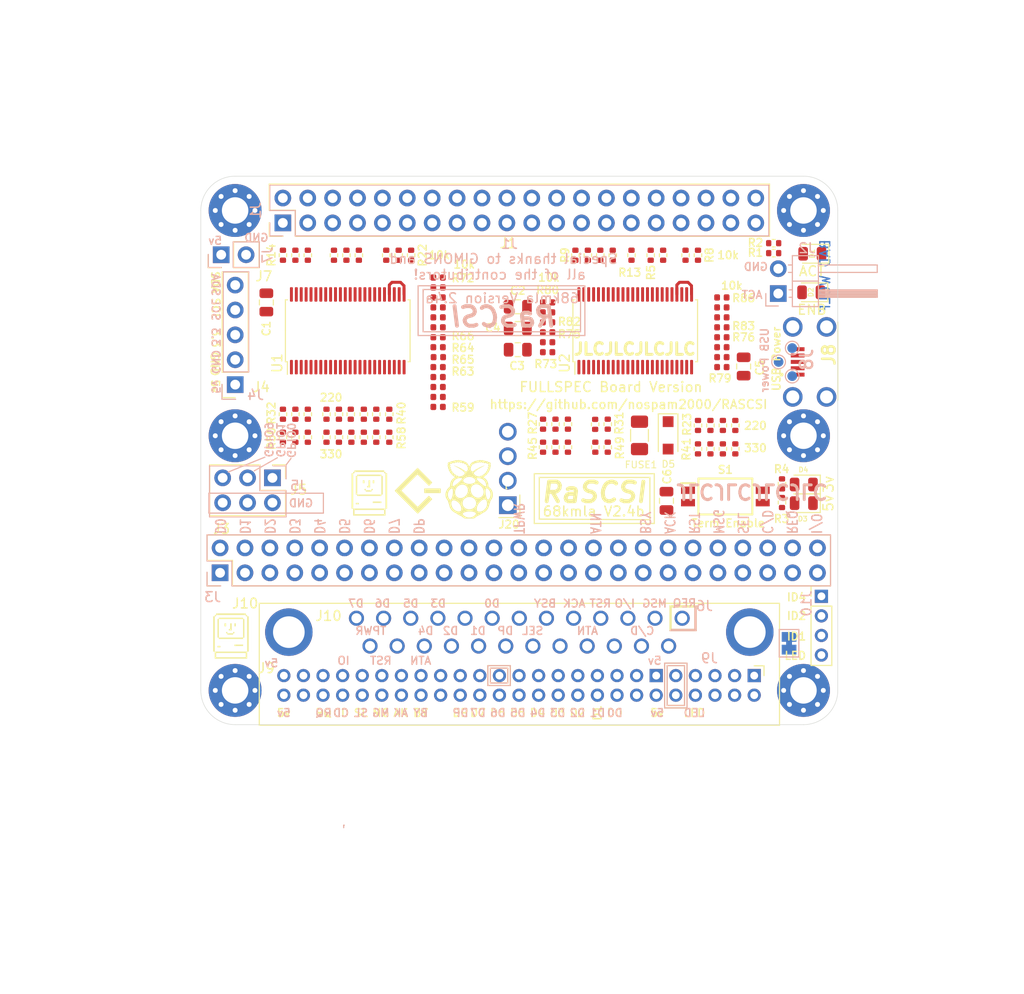
<source format=kicad_pcb>
(kicad_pcb (version 20171130) (host pcbnew "(5.1.6-0-10_14)")
  (layers (0 Top signal) (31 Bottom signal) (34 B.Paste user hide) (35 F.Paste user hide) (36 B.SilkS user hide) (37 F.SilkS user) (38 B.Mask user hide) (39 F.Mask user) (44 Edge.Cuts user))
  (net 0 "")
  (net 1 GND)
  (net 2 +3V3)
  (net 3 +5V)
  (net 4 C-REQ)
  (net 5 C-MSG)
  (net 6 C-BSY)
  (net 7 C-SEL)
  (net 8 C-RST)
  (net 9 C-ACK)
  (net 10 C-ATN)
  (net 11 C-DP)
  (net 12 C-D0)
  (net 13 C-D1)
  (net 14 C-D2)
  (net 15 C-D3)
  (net 16 C-D4)
  (net 17 C-D5)
  (net 18 C-D6)
  (net 19 C-D7)
  (net 20 C-I_O)
  (net 21 C-C_D)
  (net 22 TERMPOW)
  (net 23 PI-D7)
  (net 24 PI-D6)
  (net 25 PI-D5)
  (net 26 PI-D4)
  (net 27 PI-D3)
  (net 28 PI-D2)
  (net 29 PI-D1)
  (net 30 PI-D0)
  (net 31 PI-DP)
  (net 32 PI-BSY)
  (net 33 PI-MSG)
  (net 34 PI-C_D)
  (net 35 PI-REQ)
  (net 36 PI-I_O)
  (net 37 PI-ATN)
  (net 38 PI-ACK)
  (net 39 PI-RST)
  (net 40 PI-SEL)
  (net 41 "Net-(D2-Pad2)")
  (net 42 "Net-(D3-Pad2)")
  (net 43 "Net-(D4-Pad2)")
  (net 44 DBG_LED)
  (net 45 PI_SCL)
  (net 46 PI_SDA)
  (net 47 PI-ACT)
  (net 48 /TERM_GND)
  (net 49 /TERM_5v)
  (net 50 PI-IND)
  (net 51 PI-TAD)
  (net 52 PI-DTD)
  (net 53 "Net-(D5-Pad1)")
  (net 54 PI_GPIO1)
  (net 55 PI_GPIO0)
  (net 56 PI_GPIO9)
  (net 57 EXT-ACT-LED)
  (net 58 USB_Pin_4)
  (net 59 USB_Pin_3)
  (net 60 USB_Pin_2)
  (net 61 PB_LED_Pin)
  (net 62 PB_SCSIID_4)
  (net 63 PB_SCSIID_2)
  (net 64 PB_SCSIID_1)
  (net 65 "Net-(J3-Pad34)")
  (net 66 "Net-(J3-Pad25)")
  (net 67 "Net-(J9-Pad27)")
  (net 68 "Net-(J9-Pad10)")
  (net 69 "Net-(J9-Pad9)")
  (net 70 "Net-(J9-Pad4)")
  (net 71 "Net-(J9-Pad3)")
  (net 72 "Net-(J9-Pad2)")
  (net 73 "Net-(J9-Pad1)")
  (net 74 "Net-(J20-Pad4)")
  (net 75 PULLDOWN1)
  (net 76 PULLDOWN2)
  (net 77 PULLDOWN3)
  (net 78 PULLDOWN4)
  (net 79 PULLDOWN5)
  (net 80 PULLDOWN6)
  (net 81 PULLDOWN7)
  (net 82 PULLDOWN8)
  (net 83 PULLDOWN9)
  (net 84 PULLDOWN10)
  (net 85 PULLDOWN11)
  (net 86 PULLDOWN12)
  (net 87 PULLDOWN13)
  (net 88 PULLDOWN14)
  (net 89 PULLDOWN15)
  (net 90 PULLDOWN16)
  (net 91 PULLDOWN17)
  (net 92 PULLDOWN18)
  (net 93 PULLDOWN19)
  (net 94 PULLDOWN20)
  (net 95 PULLDOWN21)
  (net 96 PULLDOWN22)
  (net 97 PULLDOWN23)
  (net 98 PULLDOWN24)
  (net 99 PULLDOWN25)
  (net 100 PULLDOWN26)
  (net 101 PULLDOWN27)
  (net 102 PULLDOWN28)
  (module Capacitor_SMD:C_0805_2012Metric (layer Top) (at 229.8925 61.9285 90)
    (fp_text reference C5 (at -0.127 1.651 90) (layer F.SilkS) (effects (font (size 0.8 0.8))))
    (fp_text value 330n)
    (pad 2 smd roundrect (at 0.9375 0 90) (size 0.975 1.4) (layers Top F.Paste F.Mask) (net 1 GND))
    (pad 1 smd roundrect (at -0.9375 0 90) (size 0.975 1.4) (layers Top F.Paste F.Mask) (net 3 +5V))
  )
  (module Capacitor_SMD:C_0805_2012Metric (layer Top) (at 206.842 60.214)
    (fp_text reference C4 (at -2.54 -2.2225) (layer F.SilkS) (effects (font (size 0.8 0.8))))
    (fp_text value 330n)
    (pad 2 smd roundrect (at 0.9375 0) (size 0.975 1.4) (layers Top F.Paste F.Mask) (net 1 GND))
    (pad 1 smd roundrect (at -0.9375 0) (size 0.975 1.4) (layers Top F.Paste F.Mask) (net 3 +5V))
  )
  (module Capacitor_SMD:C_0805_2012Metric (layer Top) (at 222.0185 75.6445 270)
    (fp_text reference C6 (at -2.4765 -0.0635 90) (layer F.SilkS) (effects (font (size 0.8 0.8))))
    (fp_text value 10u)
    (pad 2 smd roundrect (at 0.9375 0 270) (size 0.975 1.4) (layers Top F.Paste F.Mask) (net 1 GND))
    (pad 1 smd roundrect (at -0.9375 0 270) (size 0.975 1.4) (layers Top F.Paste F.Mask) (net 3 +5V))
  )
  (module Capacitor_SMD:C_0805_2012Metric (layer Top) (at 206.842 58.055)
    (fp_text reference C3 (at -0.0635 3.81) (layer F.SilkS) (effects (font (size 0.8 0.8))))
    (fp_text value 10u)
    (pad 2 smd roundrect (at 0.9375 0) (size 0.975 1.4) (layers Top F.Paste F.Mask) (net 1 GND))
    (pad 1 smd roundrect (at -0.9375 0) (size 0.975 1.4) (layers Top F.Paste F.Mask) (net 2 +3V3))
  )
  (module Capacitor_SMD:C_0805_2012Metric (layer Top) (at 206.842 55.8325)
    (fp_text reference C2 (at 0 -1.65) (layer F.SilkS) (effects (font (size 0.8 0.8))))
    (fp_text value 330n)
    (pad 2 smd roundrect (at 0.9375 0) (size 0.975 1.4) (layers Top F.Paste F.Mask) (net 1 GND))
    (pad 1 smd roundrect (at -0.9375 0) (size 0.975 1.4) (layers Top F.Paste F.Mask) (net 2 +3V3))
  )
  (module Capacitor_SMD:C_0805_2012Metric (layer Top) (at 181.188 55.388 90)
    (fp_text reference C1 (at -2.667 0 90) (layer F.SilkS) (effects (font (size 0.8 0.8))))
    (fp_text value 330n)
    (pad 2 smd roundrect (at 0.9375 0 90) (size 0.975 1.4) (layers Top F.Paste F.Mask) (net 1 GND))
    (pad 1 smd roundrect (at -0.9375 0 90) (size 0.975 1.4) (layers Top F.Paste F.Mask) (net 2 +3V3))
  )
  (module Resistor_SMD:R_0402_1005Metric (layer Top) (at 227.67 54.88 180)
    (fp_text reference R86 (at -2.2225 -0.0635) (layer F.SilkS) (effects (font (size 0.8 0.8))))
    (fp_text value 10k)
    (pad 2 smd roundrect (at 0.485 0 180) (size 0.59 0.64) (layers Top F.Paste F.Mask) (net 102 PULLDOWN28))
    (pad 1 smd roundrect (at -0.485 0 180) (size 0.59 0.64) (layers Top F.Paste F.Mask) (net 1 GND))
  )
  (module Resistor_SMD:R_0402_1005Metric (layer Top) (at 227.67 55.896 180)
    (fp_text reference R85 hide)
    (fp_text value 10k)
    (pad 2 smd roundrect (at 0.485 0 180) (size 0.59 0.64) (layers Top F.Paste F.Mask) (net 101 PULLDOWN27))
    (pad 1 smd roundrect (at -0.485 0 180) (size 0.59 0.64) (layers Top F.Paste F.Mask) (net 1 GND))
  )
  (module Resistor_SMD:R_0402_1005Metric (layer Top) (at 227.67 56.912 180)
    (fp_text reference R84 hide)
    (fp_text value 10k)
    (pad 2 smd roundrect (at 0.485 0 180) (size 0.59 0.64) (layers Top F.Paste F.Mask) (net 100 PULLDOWN26))
    (pad 1 smd roundrect (at -0.485 0 180) (size 0.59 0.64) (layers Top F.Paste F.Mask) (net 1 GND))
  )
  (module Resistor_SMD:R_0402_1005Metric (layer Top) (at 227.67 57.928 180)
    (fp_text reference R83 (at -2.2225 0.127) (layer F.SilkS) (effects (font (size 0.8 0.8))))
    (fp_text value 10k)
    (pad 2 smd roundrect (at 0.485 0 180) (size 0.59 0.64) (layers Top F.Paste F.Mask) (net 99 PULLDOWN25))
    (pad 1 smd roundrect (at -0.485 0 180) (size 0.59 0.64) (layers Top F.Paste F.Mask) (net 1 GND))
  )
  (module Resistor_SMD:R_0402_1005Metric (layer Top) (at 209.89 57.42)
    (fp_text reference R82 (at 2.2225 -0.0635) (layer F.SilkS) (effects (font (size 0.8 0.8))))
    (fp_text value 10k)
    (pad 2 smd roundrect (at 0.485 0) (size 0.59 0.64) (layers Top F.Paste F.Mask) (net 98 PULLDOWN24))
    (pad 1 smd roundrect (at -0.485 0) (size 0.59 0.64) (layers Top F.Paste F.Mask) (net 1 GND))
  )
  (module Resistor_SMD:R_0402_1005Metric (layer Top) (at 209.89 56.404)
    (fp_text reference R81 hide)
    (fp_text value 10k)
    (pad 2 smd roundrect (at 0.485 0) (size 0.59 0.64) (layers Top F.Paste F.Mask) (net 97 PULLDOWN23))
    (pad 1 smd roundrect (at -0.485 0) (size 0.59 0.64) (layers Top F.Paste F.Mask) (net 1 GND))
  )
  (module Resistor_SMD:R_0402_1005Metric (layer Top) (at 209.89 55.388)
    (fp_text reference R80 (at 0 -1.27) (layer F.SilkS) (effects (font (size 0.8 0.8))))
    (fp_text value 10k)
    (pad 2 smd roundrect (at 0.485 0) (size 0.59 0.64) (layers Top F.Paste F.Mask) (net 96 PULLDOWN22))
    (pad 1 smd roundrect (at -0.485 0) (size 0.59 0.64) (layers Top F.Paste F.Mask) (net 1 GND))
  )
  (module Resistor_SMD:R_0402_1005Metric (layer Top) (at 227.67 61.992 180)
    (fp_text reference R79 (at 0.1905 -1.143) (layer F.SilkS) (effects (font (size 0.8 0.8))))
    (fp_text value 10k)
    (pad 2 smd roundrect (at 0.485 0 180) (size 0.59 0.64) (layers Top F.Paste F.Mask) (net 95 PULLDOWN21))
    (pad 1 smd roundrect (at -0.485 0 180) (size 0.59 0.64) (layers Top F.Paste F.Mask) (net 1 GND))
  )
  (module Resistor_SMD:R_0402_1005Metric (layer Top) (at 227.67 60.976 180)
    (fp_text reference R78 hide)
    (fp_text value 10k)
    (pad 2 smd roundrect (at 0.485 0 180) (size 0.59 0.64) (layers Top F.Paste F.Mask) (net 94 PULLDOWN20))
    (pad 1 smd roundrect (at -0.485 0 180) (size 0.59 0.64) (layers Top F.Paste F.Mask) (net 1 GND))
  )
  (module Resistor_SMD:R_0402_1005Metric (layer Top) (at 227.67 59.96 180)
    (fp_text reference R77 hide)
    (fp_text value 10k)
    (pad 2 smd roundrect (at 0.485 0 180) (size 0.59 0.64) (layers Top F.Paste F.Mask) (net 93 PULLDOWN19))
    (pad 1 smd roundrect (at -0.485 0 180) (size 0.59 0.64) (layers Top F.Paste F.Mask) (net 1 GND))
  )
  (module Resistor_SMD:R_0402_1005Metric (layer Top) (at 227.67 58.944 180)
    (fp_text reference R76 (at -2.2225 0) (layer F.SilkS) (effects (font (size 0.8 0.8))))
    (fp_text value 10k)
    (pad 2 smd roundrect (at 0.485 0 180) (size 0.59 0.64) (layers Top F.Paste F.Mask) (net 92 PULLDOWN18))
    (pad 1 smd roundrect (at -0.485 0 180) (size 0.59 0.64) (layers Top F.Paste F.Mask) (net 1 GND))
  )
  (module Resistor_SMD:R_0402_1005Metric (layer Top) (at 209.89 58.436)
    (fp_text reference R75 (at 2.2225 0.1905) (layer F.SilkS) (effects (font (size 0.8 0.8))))
    (fp_text value 10k)
    (pad 2 smd roundrect (at 0.485 0) (size 0.59 0.64) (layers Top F.Paste F.Mask) (net 91 PULLDOWN17))
    (pad 1 smd roundrect (at -0.485 0) (size 0.59 0.64) (layers Top F.Paste F.Mask) (net 1 GND))
  )
  (module Resistor_SMD:R_0402_1005Metric (layer Top) (at 209.89 59.452)
    (fp_text reference R74 hide)
    (fp_text value 10k)
    (pad 2 smd roundrect (at 0.485 0) (size 0.59 0.64) (layers Top F.Paste F.Mask) (net 90 PULLDOWN16))
    (pad 1 smd roundrect (at -0.485 0) (size 0.59 0.64) (layers Top F.Paste F.Mask) (net 1 GND))
  )
  (module Resistor_SMD:R_0402_1005Metric (layer Top) (at 209.89 60.468)
    (fp_text reference R73 (at -0.1905 1.2065) (layer F.SilkS) (effects (font (size 0.8 0.8))))
    (fp_text value 10k)
    (pad 2 smd roundrect (at 0.485 0) (size 0.59 0.64) (layers Top F.Paste F.Mask) (net 89 PULLDOWN15))
    (pad 1 smd roundrect (at -0.485 0) (size 0.59 0.64) (layers Top F.Paste F.Mask) (net 1 GND))
  )
  (module Resistor_SMD:R_0402_1005Metric (layer Top) (at 198.714 52.848 180)
    (fp_text reference R72 (at -2.54 -0.0635) (layer F.SilkS) (effects (font (size 0.8 0.8))))
    (fp_text value 10k)
    (pad 2 smd roundrect (at 0.485 0 180) (size 0.59 0.64) (layers Top F.Paste F.Mask) (net 88 PULLDOWN14))
    (pad 1 smd roundrect (at -0.485 0 180) (size 0.59 0.64) (layers Top F.Paste F.Mask) (net 1 GND))
  )
  (module Resistor_SMD:R_0402_1005Metric (layer Top) (at 198.714 53.864 180)
    (fp_text reference R71 hide)
    (fp_text value 10k)
    (pad 1 smd roundrect (at -0.485 0 180) (size 0.59 0.64) (layers Top F.Paste F.Mask) (net 1 GND))
    (pad 2 smd roundrect (at 0.485 0 180) (size 0.59 0.64) (layers Top F.Paste F.Mask) (net 87 PULLDOWN13))
  )
  (module Resistor_SMD:R_0402_1005Metric (layer Top) (at 198.714 54.88 180)
    (fp_text reference R70 hide)
    (fp_text value 10k)
    (pad 1 smd roundrect (at -0.485 0 180) (size 0.59 0.64) (layers Top F.Paste F.Mask) (net 1 GND))
    (pad 2 smd roundrect (at 0.485 0 180) (size 0.59 0.64) (layers Top F.Paste F.Mask) (net 86 PULLDOWN12))
  )
  (module Resistor_SMD:R_0402_1005Metric (layer Top) (at 198.714 55.896 180)
    (fp_text reference R69 hide)
    (fp_text value 10k)
    (pad 1 smd roundrect (at -0.485 0 180) (size 0.59 0.64) (layers Top F.Paste F.Mask) (net 1 GND))
    (pad 2 smd roundrect (at 0.485 0 180) (size 0.59 0.64) (layers Top F.Paste F.Mask) (net 85 PULLDOWN11))
  )
  (module Resistor_SMD:R_0402_1005Metric (layer Top) (at 198.714 56.912 180)
    (fp_text reference R68 hide)
    (fp_text value 10k)
    (pad 1 smd roundrect (at -0.485 0 180) (size 0.59 0.64) (layers Top F.Paste F.Mask) (net 1 GND))
    (pad 2 smd roundrect (at 0.485 0 180) (size 0.59 0.64) (layers Top F.Paste F.Mask) (net 84 PULLDOWN10))
  )
  (module Resistor_SMD:R_0402_1005Metric (layer Top) (at 198.714 57.928 180)
    (fp_text reference R67 hide)
    (fp_text value 10k)
    (pad 1 smd roundrect (at -0.485 0 180) (size 0.59 0.64) (layers Top F.Paste F.Mask) (net 1 GND))
    (pad 2 smd roundrect (at 0.485 0 180) (size 0.59 0.64) (layers Top F.Paste F.Mask) (net 83 PULLDOWN9))
  )
  (module Resistor_SMD:R_0402_1005Metric (layer Top) (at 198.714 58.944 180)
    (fp_text reference R66 (at -2.54 0.127) (layer F.SilkS) (effects (font (size 0.8 0.8))))
    (fp_text value 10k)
    (pad 1 smd roundrect (at -0.485 0 180) (size 0.59 0.64) (layers Top F.Paste F.Mask) (net 1 GND))
    (pad 2 smd roundrect (at 0.485 0 180) (size 0.59 0.64) (layers Top F.Paste F.Mask) (net 82 PULLDOWN8))
  )
  (module Resistor_SMD:R_0402_1005Metric (layer Top) (at 198.737 60.976 180)
    (fp_text reference R65 (at -2.517 -0.254) (layer F.SilkS) (effects (font (size 0.8 0.8))))
    (fp_text value 10k)
    (pad 2 smd roundrect (at 0.485 0 180) (size 0.59 0.64) (layers Top F.Paste F.Mask) (net 81 PULLDOWN7))
    (pad 1 smd roundrect (at -0.485 0 180) (size 0.59 0.64) (layers Top F.Paste F.Mask) (net 1 GND))
  )
  (module Resistor_SMD:R_0402_1005Metric (layer Top) (at 198.714 59.96 180)
    (fp_text reference R64 (at -2.54 -0.0635) (layer F.SilkS) (effects (font (size 0.8 0.8))))
    (fp_text value 10k)
    (pad 2 smd roundrect (at 0.485 0 180) (size 0.59 0.64) (layers Top F.Paste F.Mask) (net 80 PULLDOWN6))
    (pad 1 smd roundrect (at -0.485 0 180) (size 0.59 0.64) (layers Top F.Paste F.Mask) (net 1 GND))
  )
  (module Resistor_SMD:R_0402_1005Metric (layer Top) (at 198.714 61.992 180)
    (fp_text reference R63 (at -2.54 -0.4445) (layer F.SilkS) (effects (font (size 0.8 0.8))))
    (fp_text value 10k)
    (pad 2 smd roundrect (at 0.485 0 180) (size 0.59 0.64) (layers Top F.Paste F.Mask) (net 79 PULLDOWN5))
    (pad 1 smd roundrect (at -0.485 0 180) (size 0.59 0.64) (layers Top F.Paste F.Mask) (net 1 GND))
  )
  (module Resistor_SMD:R_0402_1005Metric (layer Top) (at 198.714 63.008 180)
    (fp_text reference R62 hide)
    (fp_text value 10k)
    (pad 2 smd roundrect (at 0.485 0 180) (size 0.59 0.64) (layers Top F.Paste F.Mask) (net 78 PULLDOWN4))
    (pad 1 smd roundrect (at -0.485 0 180) (size 0.59 0.64) (layers Top F.Paste F.Mask) (net 1 GND))
  )
  (module Resistor_SMD:R_0402_1005Metric (layer Top) (at 198.714 64.024 180)
    (fp_text reference R61 hide)
    (fp_text value 10k)
    (pad 2 smd roundrect (at 0.485 0 180) (size 0.59 0.64) (layers Top F.Paste F.Mask) (net 77 PULLDOWN3))
    (pad 1 smd roundrect (at -0.485 0 180) (size 0.59 0.64) (layers Top F.Paste F.Mask) (net 1 GND))
  )
  (module Resistor_SMD:R_0402_1005Metric (layer Top) (at 198.714 65.04 180)
    (fp_text reference R60 hide)
    (fp_text value 10k)
    (pad 2 smd roundrect (at 0.485 0 180) (size 0.59 0.64) (layers Top F.Paste F.Mask) (net 76 PULLDOWN2))
    (pad 1 smd roundrect (at -0.485 0 180) (size 0.59 0.64) (layers Top F.Paste F.Mask) (net 1 GND))
  )
  (module Resistor_SMD:R_0402_1005Metric (layer Top) (at 198.714 66.056 180)
    (fp_text reference R59 (at -2.54 -0.0635) (layer F.SilkS) (effects (font (size 0.8 0.8))))
    (fp_text value 10k)
    (pad 2 smd roundrect (at 0.485 0 180) (size 0.59 0.64) (layers Top F.Paste F.Mask) (net 75 PULLDOWN1))
    (pad 1 smd roundrect (at -0.485 0 180) (size 0.59 0.64) (layers Top F.Paste F.Mask) (net 1 GND))
  )
  (module Connector_PinSocket_2.54mm:PinSocket_2x20_P2.54mm_Vertical (layer Bottom) (at 182.87 47.27 270)
    (fp_text reference J1 (at -1.27 2.77 270) (layer B.SilkS) (effects (justify mirror)))
    (fp_text value Raspberry_Pi_2_3)
    (pad 40 thru_hole oval (at -2.54 -48.26 270) (size 1.7 1.7) (drill 1) (layers *.Cu *.Mask) (net 38 PI-ACK))
    (pad 39 thru_hole oval (at 0 -48.26 270) (size 1.7 1.7) (drill 1) (layers *.Cu *.Mask) (net 1 GND))
    (pad 38 thru_hole oval (at -2.54 -45.72 270) (size 1.7 1.7) (drill 1) (layers *.Cu *.Mask) (net 39 PI-RST))
    (pad 37 thru_hole oval (at 0 -45.72 270) (size 1.7 1.7) (drill 1) (layers *.Cu *.Mask) (net 32 PI-BSY))
    (pad 36 thru_hole oval (at -2.54 -43.18 270) (size 1.7 1.7) (drill 1) (layers *.Cu *.Mask) (net 24 PI-D6))
    (pad 35 thru_hole oval (at 0 -43.18 270) (size 1.7 1.7) (drill 1) (layers *.Cu *.Mask) (net 37 PI-ATN))
    (pad 34 thru_hole oval (at -2.54 -40.64 270) (size 1.7 1.7) (drill 1) (layers *.Cu *.Mask) (net 1 GND))
    (pad 33 thru_hole oval (at 0 -40.64 270) (size 1.7 1.7) (drill 1) (layers *.Cu *.Mask) (net 27 PI-D3))
    (pad 32 thru_hole oval (at -2.54 -38.1 270) (size 1.7 1.7) (drill 1) (layers *.Cu *.Mask) (net 28 PI-D2))
    (pad 31 thru_hole oval (at 0 -38.1 270) (size 1.7 1.7) (drill 1) (layers *.Cu *.Mask) (net 50 PI-IND))
    (pad 30 thru_hole oval (at -2.54 -35.56 270) (size 1.7 1.7) (drill 1) (layers *.Cu *.Mask) (net 1 GND))
    (pad 29 thru_hole oval (at 0 -35.56 270) (size 1.7 1.7) (drill 1) (layers *.Cu *.Mask) (net 44 DBG_LED))
    (pad 28 thru_hole oval (at -2.54 -33.02 270) (size 1.7 1.7) (drill 1) (layers *.Cu *.Mask) (net 54 PI_GPIO1))
    (pad 27 thru_hole oval (at 0 -33.02 270) (size 1.7 1.7) (drill 1) (layers *.Cu *.Mask) (net 55 PI_GPIO0))
    (pad 26 thru_hole oval (at -2.54 -30.48 270) (size 1.7 1.7) (drill 1) (layers *.Cu *.Mask) (net 51 PI-TAD))
    (pad 25 thru_hole oval (at 0 -30.48 270) (size 1.7 1.7) (drill 1) (layers *.Cu *.Mask) (net 1 GND))
    (pad 24 thru_hole oval (at -2.54 -27.94 270) (size 1.7 1.7) (drill 1) (layers *.Cu *.Mask) (net 52 PI-DTD))
    (pad 23 thru_hole oval (at 0 -27.94 270) (size 1.7 1.7) (drill 1) (layers *.Cu *.Mask) (net 29 PI-D1))
    (pad 22 thru_hole oval (at -2.54 -25.4 270) (size 1.7 1.7) (drill 1) (layers *.Cu *.Mask) (net 36 PI-I_O))
    (pad 21 thru_hole oval (at 0 -25.4 270) (size 1.7 1.7) (drill 1) (layers *.Cu *.Mask) (net 56 PI_GPIO9))
    (pad 20 thru_hole oval (at -2.54 -22.86 270) (size 1.7 1.7) (drill 1) (layers *.Cu *.Mask) (net 1 GND))
    (pad 19 thru_hole oval (at 0 -22.86 270) (size 1.7 1.7) (drill 1) (layers *.Cu *.Mask) (net 30 PI-D0))
    (pad 18 thru_hole oval (at -2.54 -20.32 270) (size 1.7 1.7) (drill 1) (layers *.Cu *.Mask) (net 34 PI-C_D))
    (pad 17 thru_hole oval (at 0 -20.32 270) (size 1.7 1.7) (drill 1) (layers *.Cu *.Mask) (net 2 +3V3))
    (pad 16 thru_hole oval (at -2.54 -17.78 270) (size 1.7 1.7) (drill 1) (layers *.Cu *.Mask) (net 33 PI-MSG))
    (pad 15 thru_hole oval (at 0 -17.78 270) (size 1.7 1.7) (drill 1) (layers *.Cu *.Mask) (net 35 PI-REQ))
    (pad 14 thru_hole oval (at -2.54 -15.24 270) (size 1.7 1.7) (drill 1) (layers *.Cu *.Mask) (net 1 GND))
    (pad 13 thru_hole oval (at 0 -15.24 270) (size 1.7 1.7) (drill 1) (layers *.Cu *.Mask) (net 40 PI-SEL))
    (pad 12 thru_hole oval (at -2.54 -12.7 270) (size 1.7 1.7) (drill 1) (layers *.Cu *.Mask) (net 31 PI-DP))
    (pad 11 thru_hole oval (at 0 -12.7 270) (size 1.7 1.7) (drill 1) (layers *.Cu *.Mask) (net 23 PI-D7))
    (pad 10 thru_hole oval (at -2.54 -10.16 270) (size 1.7 1.7) (drill 1) (layers *.Cu *.Mask) (net 25 PI-D5))
    (pad 9 thru_hole oval (at 0 -10.16 270) (size 1.7 1.7) (drill 1) (layers *.Cu *.Mask) (net 1 GND))
    (pad 8 thru_hole oval (at -2.54 -7.62 270) (size 1.7 1.7) (drill 1) (layers *.Cu *.Mask) (net 26 PI-D4))
    (pad 7 thru_hole oval (at 0 -7.62 270) (size 1.7 1.7) (drill 1) (layers *.Cu *.Mask) (net 47 PI-ACT))
    (pad 6 thru_hole oval (at -2.54 -5.08 270) (size 1.7 1.7) (drill 1) (layers *.Cu *.Mask) (net 1 GND))
    (pad 5 thru_hole oval (at 0 -5.08 270) (size 1.7 1.7) (drill 1) (layers *.Cu *.Mask) (net 45 PI_SCL))
    (pad 4 thru_hole oval (at -2.54 -2.54 270) (size 1.7 1.7) (drill 1) (layers *.Cu *.Mask) (net 3 +5V))
    (pad 3 thru_hole oval (at 0 -2.54 270) (size 1.7 1.7) (drill 1) (layers *.Cu *.Mask) (net 46 PI_SDA))
    (pad 2 thru_hole oval (at -2.54 0 270) (size 1.7 1.7) (drill 1) (layers *.Cu *.Mask) (net 3 +5V))
    (pad 1 thru_hole rect (at 0 0 270) (size 1.7 1.7) (drill 1) (layers *.Cu *.Mask) (net 2 +3V3))
  )
  (module Package_SO:TSSOP-48_6.1x12.5mm_P0.5mm (layer Top) (at 189.494 58.2836 90)
    (fp_text reference U1 (at -3.302 -7.2 90) (layer F.SilkS))
    (fp_text value 74ALVC164245DGG)
    (pad 48 smd roundrect (at 3.7125 -5.75 90) (size 1.475 0.3) (layers Top F.Paste F.Mask) (net 1 GND))
    (pad 47 smd roundrect (at 3.7125 -5.25 90) (size 1.475 0.3) (layers Top F.Paste F.Mask) (net 23 PI-D7))
    (pad 46 smd roundrect (at 3.7125 -4.75 90) (size 1.475 0.3) (layers Top F.Paste F.Mask) (net 24 PI-D6))
    (pad 45 smd roundrect (at 3.7125 -4.25 90) (size 1.475 0.3) (layers Top F.Paste F.Mask) (net 1 GND))
    (pad 44 smd roundrect (at 3.7125 -3.75 90) (size 1.475 0.3) (layers Top F.Paste F.Mask) (net 25 PI-D5))
    (pad 43 smd roundrect (at 3.7125 -3.25 90) (size 1.475 0.3) (layers Top F.Paste F.Mask) (net 26 PI-D4))
    (pad 42 smd roundrect (at 3.7125 -2.75 90) (size 1.475 0.3) (layers Top F.Paste F.Mask) (net 2 +3V3))
    (pad 41 smd roundrect (at 3.7125 -2.25 90) (size 1.475 0.3) (layers Top F.Paste F.Mask) (net 27 PI-D3))
    (pad 40 smd roundrect (at 3.7125 -1.75 90) (size 1.475 0.3) (layers Top F.Paste F.Mask) (net 28 PI-D2))
    (pad 39 smd roundrect (at 3.7125 -1.25 90) (size 1.475 0.3) (layers Top F.Paste F.Mask) (net 1 GND))
    (pad 38 smd roundrect (at 3.7125 -0.75 90) (size 1.475 0.3) (layers Top F.Paste F.Mask) (net 29 PI-D1))
    (pad 37 smd roundrect (at 3.7125 -0.25 90) (size 1.475 0.3) (layers Top F.Paste F.Mask) (net 30 PI-D0))
    (pad 36 smd roundrect (at 3.7125 0.25 90) (size 1.475 0.3) (layers Top F.Paste F.Mask) (net 31 PI-DP))
    (pad 35 smd roundrect (at 3.7125 0.75 90) (size 1.475 0.3) (layers Top F.Paste F.Mask) (net 82 PULLDOWN8))
    (pad 34 smd roundrect (at 3.7125 1.25 90) (size 1.475 0.3) (layers Top F.Paste F.Mask) (net 1 GND))
    (pad 33 smd roundrect (at 3.7125 1.75 90) (size 1.475 0.3) (layers Top F.Paste F.Mask) (net 83 PULLDOWN9))
    (pad 32 smd roundrect (at 3.7125 2.25 90) (size 1.475 0.3) (layers Top F.Paste F.Mask) (net 84 PULLDOWN10))
    (pad 31 smd roundrect (at 3.7125 2.75 90) (size 1.475 0.3) (layers Top F.Paste F.Mask) (net 2 +3V3))
    (pad 30 smd roundrect (at 3.7125 3.25 90) (size 1.475 0.3) (layers Top F.Paste F.Mask) (net 85 PULLDOWN11))
    (pad 29 smd roundrect (at 3.7125 3.75 90) (size 1.475 0.3) (layers Top F.Paste F.Mask) (net 86 PULLDOWN12))
    (pad 28 smd roundrect (at 3.7125 4.25 90) (size 1.475 0.3) (layers Top F.Paste F.Mask) (net 1 GND))
    (pad 27 smd roundrect (at 3.7125 4.75 90) (size 1.475 0.3) (layers Top F.Paste F.Mask) (net 87 PULLDOWN13))
    (pad 26 smd roundrect (at 3.7125 5.25 90) (size 1.475 0.3) (layers Top F.Paste F.Mask) (net 88 PULLDOWN14))
    (pad 25 smd roundrect (at 3.7125 5.75 90) (size 1.475 0.3) (layers Top F.Paste F.Mask) (net 1 GND))
    (pad 24 smd roundrect (at -3.7125 5.75 90) (size 1.475 0.3) (layers Top F.Paste F.Mask) (net 52 PI-DTD))
    (pad 23 smd roundrect (at -3.7125 5.25 90) (size 1.475 0.3) (layers Top F.Paste F.Mask) (net 81 PULLDOWN7))
    (pad 22 smd roundrect (at -3.7125 4.75 90) (size 1.475 0.3) (layers Top F.Paste F.Mask) (net 80 PULLDOWN6))
    (pad 21 smd roundrect (at -3.7125 4.25 90) (size 1.475 0.3) (layers Top F.Paste F.Mask) (net 1 GND))
    (pad 20 smd roundrect (at -3.7125 3.75 90) (size 1.475 0.3) (layers Top F.Paste F.Mask) (net 79 PULLDOWN5))
    (pad 19 smd roundrect (at -3.7125 3.25 90) (size 1.475 0.3) (layers Top F.Paste F.Mask) (net 78 PULLDOWN4))
    (pad 18 smd roundrect (at -3.7125 2.75 90) (size 1.475 0.3) (layers Top F.Paste F.Mask) (net 3 +5V))
    (pad 17 smd roundrect (at -3.7125 2.25 90) (size 1.475 0.3) (layers Top F.Paste F.Mask) (net 77 PULLDOWN3))
    (pad 16 smd roundrect (at -3.7125 1.75 90) (size 1.475 0.3) (layers Top F.Paste F.Mask) (net 76 PULLDOWN2))
    (pad 15 smd roundrect (at -3.7125 1.25 90) (size 1.475 0.3) (layers Top F.Paste F.Mask) (net 1 GND))
    (pad 14 smd roundrect (at -3.7125 0.75 90) (size 1.475 0.3) (layers Top F.Paste F.Mask) (net 75 PULLDOWN1))
    (pad 13 smd roundrect (at -3.7125 0.25 90) (size 1.475 0.3) (layers Top F.Paste F.Mask) (net 11 C-DP))
    (pad 12 smd roundrect (at -3.7125 -0.25 90) (size 1.475 0.3) (layers Top F.Paste F.Mask) (net 12 C-D0))
    (pad 11 smd roundrect (at -3.7125 -0.75 90) (size 1.475 0.3) (layers Top F.Paste F.Mask) (net 13 C-D1))
    (pad 10 smd roundrect (at -3.7125 -1.25 90) (size 1.475 0.3) (layers Top F.Paste F.Mask) (net 1 GND))
    (pad 9 smd roundrect (at -3.7125 -1.75 90) (size 1.475 0.3) (layers Top F.Paste F.Mask) (net 14 C-D2))
    (pad 8 smd roundrect (at -3.7125 -2.25 90) (size 1.475 0.3) (layers Top F.Paste F.Mask) (net 15 C-D3))
    (pad 7 smd roundrect (at -3.7125 -2.75 90) (size 1.475 0.3) (layers Top F.Paste F.Mask) (net 3 +5V))
    (pad 6 smd roundrect (at -3.7125 -3.25 90) (size 1.475 0.3) (layers Top F.Paste F.Mask) (net 16 C-D4))
    (pad 5 smd roundrect (at -3.7125 -3.75 90) (size 1.475 0.3) (layers Top F.Paste F.Mask) (net 17 C-D5))
    (pad 4 smd roundrect (at -3.7125 -4.25 90) (size 1.475 0.3) (layers Top F.Paste F.Mask) (net 1 GND))
    (pad 3 smd roundrect (at -3.7125 -4.75 90) (size 1.475 0.3) (layers Top F.Paste F.Mask) (net 18 C-D6))
    (pad 2 smd roundrect (at -3.7125 -5.25 90) (size 1.475 0.3) (layers Top F.Paste F.Mask) (net 19 C-D7))
    (pad 1 smd roundrect (at -3.7125 -5.75 90) (size 1.475 0.3) (layers Top F.Paste F.Mask) (net 52 PI-DTD))
  )
  (module Package_SO:TSSOP-48_6.1x12.5mm_P0.5mm (layer Top) (at 218.831 58.2836 90)
    (fp_text reference U2 (at -3.302 -7.2 90) (layer F.SilkS))
    (fp_text value 74ALVC164245DGG)
    (pad 48 smd roundrect (at 3.7125 -5.75 90) (size 1.475 0.3) (layers Top F.Paste F.Mask) (net 1 GND))
    (pad 47 smd roundrect (at 3.7125 -5.25 90) (size 1.475 0.3) (layers Top F.Paste F.Mask) (net 96 PULLDOWN22))
    (pad 46 smd roundrect (at 3.7125 -4.75 90) (size 1.475 0.3) (layers Top F.Paste F.Mask) (net 97 PULLDOWN23))
    (pad 45 smd roundrect (at 3.7125 -4.25 90) (size 1.475 0.3) (layers Top F.Paste F.Mask) (net 1 GND))
    (pad 44 smd roundrect (at 3.7125 -3.75 90) (size 1.475 0.3) (layers Top F.Paste F.Mask) (net 98 PULLDOWN24))
    (pad 43 smd roundrect (at 3.7125 -3.25 90) (size 1.475 0.3) (layers Top F.Paste F.Mask) (net 32 PI-BSY))
    (pad 42 smd roundrect (at 3.7125 -2.75 90) (size 1.475 0.3) (layers Top F.Paste F.Mask) (net 2 +3V3))
    (pad 41 smd roundrect (at 3.7125 -2.25 90) (size 1.475 0.3) (layers Top F.Paste F.Mask) (net 33 PI-MSG))
    (pad 40 smd roundrect (at 3.7125 -1.75 90) (size 1.475 0.3) (layers Top F.Paste F.Mask) (net 34 PI-C_D))
    (pad 39 smd roundrect (at 3.7125 -1.25 90) (size 1.475 0.3) (layers Top F.Paste F.Mask) (net 1 GND))
    (pad 38 smd roundrect (at 3.7125 -0.75 90) (size 1.475 0.3) (layers Top F.Paste F.Mask) (net 35 PI-REQ))
    (pad 37 smd roundrect (at 3.7125 -0.25 90) (size 1.475 0.3) (layers Top F.Paste F.Mask) (net 36 PI-I_O))
    (pad 36 smd roundrect (at 3.7125 0.25 90) (size 1.475 0.3) (layers Top F.Paste F.Mask) (net 37 PI-ATN))
    (pad 35 smd roundrect (at 3.7125 0.75 90) (size 1.475 0.3) (layers Top F.Paste F.Mask) (net 38 PI-ACK))
    (pad 34 smd roundrect (at 3.7125 1.25 90) (size 1.475 0.3) (layers Top F.Paste F.Mask) (net 1 GND))
    (pad 33 smd roundrect (at 3.7125 1.75 90) (size 1.475 0.3) (layers Top F.Paste F.Mask) (net 39 PI-RST))
    (pad 32 smd roundrect (at 3.7125 2.25 90) (size 1.475 0.3) (layers Top F.Paste F.Mask) (net 40 PI-SEL))
    (pad 31 smd roundrect (at 3.7125 2.75 90) (size 1.475 0.3) (layers Top F.Paste F.Mask) (net 2 +3V3))
    (pad 30 smd roundrect (at 3.7125 3.25 90) (size 1.475 0.3) (layers Top F.Paste F.Mask) (net 99 PULLDOWN25))
    (pad 29 smd roundrect (at 3.7125 3.75 90) (size 1.475 0.3) (layers Top F.Paste F.Mask) (net 100 PULLDOWN26))
    (pad 28 smd roundrect (at 3.7125 4.25 90) (size 1.475 0.3) (layers Top F.Paste F.Mask) (net 1 GND))
    (pad 27 smd roundrect (at 3.7125 4.75 90) (size 1.475 0.3) (layers Top F.Paste F.Mask) (net 101 PULLDOWN27))
    (pad 26 smd roundrect (at 3.7125 5.25 90) (size 1.475 0.3) (layers Top F.Paste F.Mask) (net 102 PULLDOWN28))
    (pad 25 smd roundrect (at 3.7125 5.75 90) (size 1.475 0.3) (layers Top F.Paste F.Mask) (net 1 GND))
    (pad 24 smd roundrect (at -3.7125 5.75 90) (size 1.475 0.3) (layers Top F.Paste F.Mask) (net 50 PI-IND))
    (pad 23 smd roundrect (at -3.7125 5.25 90) (size 1.475 0.3) (layers Top F.Paste F.Mask) (net 95 PULLDOWN21))
    (pad 22 smd roundrect (at -3.7125 4.75 90) (size 1.475 0.3) (layers Top F.Paste F.Mask) (net 94 PULLDOWN20))
    (pad 21 smd roundrect (at -3.7125 4.25 90) (size 1.475 0.3) (layers Top F.Paste F.Mask) (net 1 GND))
    (pad 20 smd roundrect (at -3.7125 3.75 90) (size 1.475 0.3) (layers Top F.Paste F.Mask) (net 93 PULLDOWN19))
    (pad 19 smd roundrect (at -3.7125 3.25 90) (size 1.475 0.3) (layers Top F.Paste F.Mask) (net 92 PULLDOWN18))
    (pad 18 smd roundrect (at -3.7125 2.75 90) (size 1.475 0.3) (layers Top F.Paste F.Mask) (net 3 +5V))
    (pad 17 smd roundrect (at -3.7125 2.25 90) (size 1.475 0.3) (layers Top F.Paste F.Mask) (net 7 C-SEL))
    (pad 16 smd roundrect (at -3.7125 1.75 90) (size 1.475 0.3) (layers Top F.Paste F.Mask) (net 8 C-RST))
    (pad 15 smd roundrect (at -3.7125 1.25 90) (size 1.475 0.3) (layers Top F.Paste F.Mask) (net 1 GND))
    (pad 14 smd roundrect (at -3.7125 0.75 90) (size 1.475 0.3) (layers Top F.Paste F.Mask) (net 9 C-ACK))
    (pad 13 smd roundrect (at -3.7125 0.25 90) (size 1.475 0.3) (layers Top F.Paste F.Mask) (net 10 C-ATN))
    (pad 12 smd roundrect (at -3.7125 -0.25 90) (size 1.475 0.3) (layers Top F.Paste F.Mask) (net 20 C-I_O))
    (pad 11 smd roundrect (at -3.7125 -0.75 90) (size 1.475 0.3) (layers Top F.Paste F.Mask) (net 4 C-REQ))
    (pad 10 smd roundrect (at -3.7125 -1.25 90) (size 1.475 0.3) (layers Top F.Paste F.Mask) (net 1 GND))
    (pad 9 smd roundrect (at -3.7125 -1.75 90) (size 1.475 0.3) (layers Top F.Paste F.Mask) (net 21 C-C_D))
    (pad 8 smd roundrect (at -3.7125 -2.25 90) (size 1.475 0.3) (layers Top F.Paste F.Mask) (net 5 C-MSG))
    (pad 7 smd roundrect (at -3.7125 -2.75 90) (size 1.475 0.3) (layers Top F.Paste F.Mask) (net 3 +5V))
    (pad 6 smd roundrect (at -3.7125 -3.25 90) (size 1.475 0.3) (layers Top F.Paste F.Mask) (net 6 C-BSY))
    (pad 5 smd roundrect (at -3.7125 -3.75 90) (size 1.475 0.3) (layers Top F.Paste F.Mask) (net 91 PULLDOWN17))
    (pad 4 smd roundrect (at -3.7125 -4.25 90) (size 1.475 0.3) (layers Top F.Paste F.Mask) (net 1 GND))
    (pad 3 smd roundrect (at -3.7125 -4.75 90) (size 1.475 0.3) (layers Top F.Paste F.Mask) (net 90 PULLDOWN16))
    (pad 2 smd roundrect (at -3.7125 -5.25 90) (size 1.475 0.3) (layers Top F.Paste F.Mask) (net 89 PULLDOWN15))
    (pad 1 smd roundrect (at -3.7125 -5.75 90) (size 1.475 0.3) (layers Top F.Paste F.Mask) (net 51 PI-TAD))
  )
  (module SamacSys_Parts:SHDRRA4W69P0X250_1X4_1000X1350X670P (layer Top) (at 205.826 76.089 90)
    (fp_text reference J20 (at -1.9685 0.127 180) (layer F.SilkS) (effects (font (size 0.8 0.8))))
    (fp_text value 171826-4 hide)
    (pad 4 thru_hole circle (at 7.5 0 90) (size 1.8 1.8) (drill 1.2) (layers *.Cu *.Mask) (net 74 "Net-(J20-Pad4)"))
    (pad 3 thru_hole circle (at 5 0 90) (size 1.8 1.8) (drill 1.2) (layers *.Cu *.Mask) (net 1 GND))
    (pad 2 thru_hole circle (at 2.5 0 90) (size 1.8 1.8) (drill 1.2) (layers *.Cu *.Mask) (net 1 GND))
    (pad 1 thru_hole rect (at 0 0 90) (size 1.8 1.8) (drill 1.2) (layers *.Cu *.Mask) (net 3 +5V))
  )
  (module Connector_PinHeader_2.54mm:PinHeader_2x03_P2.54mm_Vertical (layer Top) (at 181.81 73.3 270)
    (fp_text reference J5 (at 1.2015 -2.68 180) (layer F.SilkS))
    (fp_text value DNP)
    (pad 6 thru_hole oval (at 2.54 5.08 270) (size 1.7 1.7) (drill 1) (layers *.Cu *.Mask) (net 1 GND))
    (pad 5 thru_hole oval (at 0 5.08 270) (size 1.7 1.7) (drill 1) (layers *.Cu *.Mask) (net 56 PI_GPIO9))
    (pad 4 thru_hole oval (at 2.54 2.54 270) (size 1.7 1.7) (drill 1) (layers *.Cu *.Mask) (net 1 GND))
    (pad 3 thru_hole oval (at 0 2.54 270) (size 1.7 1.7) (drill 1) (layers *.Cu *.Mask) (net 54 PI_GPIO1))
    (pad 2 thru_hole oval (at 2.54 0 270) (size 1.7 1.7) (drill 1) (layers *.Cu *.Mask) (net 1 GND))
    (pad 1 thru_hole rect (at 0 0 270) (size 1.7 1.7) (drill 1) (layers *.Cu *.Mask) (net 55 PI_GPIO0))
  )
  (module SamacSys_Parts:L717SDB25PA4CH4F (layer Bottom) (at 223.622 87.63 180)
    (fp_text reference J6)
    (fp_text value "CONNFLY DB-25" hide)
    (pad MH2 thru_hole circle (at 40.14 -1.42 180) (size 4.845 4.845) (drill 3.23) (layers *.Cu *.Mask) (net 1 GND))
    (pad MH1 thru_hole circle (at -6.9 -1.42 180) (size 4.845 4.845) (drill 3.23) (layers *.Cu *.Mask) (net 1 GND))
    (pad 25 thru_hole circle (at 31.855 -2.84 180) (size 1.545 1.545) (drill 1.03) (layers *.Cu *.Mask) (net 22 TERMPOW))
    (pad 24 thru_hole circle (at 29.085 -2.84 180) (size 1.545 1.545) (drill 1.03) (layers *.Cu *.Mask) (net 1 GND))
    (pad 23 thru_hole circle (at 26.315 -2.84 180) (size 1.545 1.545) (drill 1.03) (layers *.Cu *.Mask) (net 16 C-D4))
    (pad 22 thru_hole circle (at 23.545 -2.84 180) (size 1.545 1.545) (drill 1.03) (layers *.Cu *.Mask) (net 14 C-D2))
    (pad 21 thru_hole circle (at 20.775 -2.84 180) (size 1.545 1.545) (drill 1.03) (layers *.Cu *.Mask) (net 13 C-D1))
    (pad 20 thru_hole circle (at 18.005 -2.84 180) (size 1.545 1.545) (drill 1.03) (layers *.Cu *.Mask) (net 11 C-DP))
    (pad 19 thru_hole circle (at 15.235 -2.84 180) (size 1.545 1.545) (drill 1.03) (layers *.Cu *.Mask) (net 7 C-SEL))
    (pad 18 thru_hole circle (at 12.465 -2.84 180) (size 1.545 1.545) (drill 1.03) (layers *.Cu *.Mask) (net 1 GND))
    (pad 17 thru_hole circle (at 9.695 -2.84 180) (size 1.545 1.545) (drill 1.03) (layers *.Cu *.Mask) (net 10 C-ATN))
    (pad 16 thru_hole circle (at 6.925 -2.84 180) (size 1.545 1.545) (drill 1.03) (layers *.Cu *.Mask) (net 1 GND))
    (pad 15 thru_hole circle (at 4.155 -2.84 180) (size 1.545 1.545) (drill 1.03) (layers *.Cu *.Mask) (net 21 C-C_D))
    (pad 14 thru_hole circle (at 1.385 -2.84 180) (size 1.545 1.545) (drill 1.03) (layers *.Cu *.Mask) (net 1 GND))
    (pad 13 thru_hole circle (at 33.24 0 180) (size 1.545 1.545) (drill 1.03) (layers *.Cu *.Mask) (net 19 C-D7))
    (pad 12 thru_hole circle (at 30.47 0 180) (size 1.545 1.545) (drill 1.03) (layers *.Cu *.Mask) (net 18 C-D6))
    (pad 11 thru_hole circle (at 27.7 0 180) (size 1.545 1.545) (drill 1.03) (layers *.Cu *.Mask) (net 17 C-D5))
    (pad 10 thru_hole circle (at 24.93 0 180) (size 1.545 1.545) (drill 1.03) (layers *.Cu *.Mask) (net 15 C-D3))
    (pad 9 thru_hole circle (at 22.16 0 180) (size 1.545 1.545) (drill 1.03) (layers *.Cu *.Mask) (net 1 GND))
    (pad 8 thru_hole circle (at 19.39 0 180) (size 1.545 1.545) (drill 1.03) (layers *.Cu *.Mask) (net 12 C-D0))
    (pad 7 thru_hole circle (at 16.62 0 180) (size 1.545 1.545) (drill 1.03) (layers *.Cu *.Mask) (net 1 GND))
    (pad 6 thru_hole circle (at 13.85 0 180) (size 1.545 1.545) (drill 1.03) (layers *.Cu *.Mask) (net 6 C-BSY))
    (pad 5 thru_hole circle (at 11.08 0 180) (size 1.545 1.545) (drill 1.03) (layers *.Cu *.Mask) (net 9 C-ACK))
    (pad 4 thru_hole circle (at 8.31 0 180) (size 1.545 1.545) (drill 1.03) (layers *.Cu *.Mask) (net 8 C-RST))
    (pad 3 thru_hole circle (at 5.54 0 180) (size 1.545 1.545) (drill 1.03) (layers *.Cu *.Mask) (net 20 C-I_O))
    (pad 2 thru_hole circle (at 2.77 0 180) (size 1.545 1.545) (drill 1.03) (layers *.Cu *.Mask) (net 5 C-MSG))
    (pad 1 thru_hole circle (at 0 0 180) (size 1.545 1.545) (drill 1.03) (layers *.Cu *.Mask) (net 4 C-REQ))
  )
  (module Connector_PinHeader_2.00mm:PinHeader_2x25_P2.00mm_Horizontal (layer Top) (at 230.972 93.488 270)
    (fp_text reference J9 hide)
    (fp_text value Conn_02x25_Odd_Even)
    (pad 50 thru_hole oval (at 2 48 270) (size 1.35 1.35) (drill 0.8) (layers *.Cu *.Mask) (net 3 +5V))
    (pad 49 thru_hole oval (at 0 48 270) (size 1.35 1.35) (drill 0.8) (layers *.Cu *.Mask) (net 3 +5V))
    (pad 48 thru_hole oval (at 2 46 270) (size 1.35 1.35) (drill 0.8) (layers *.Cu *.Mask) (net 1 GND))
    (pad 47 thru_hole oval (at 0 46 270) (size 1.35 1.35) (drill 0.8) (layers *.Cu *.Mask) (net 1 GND))
    (pad 46 thru_hole oval (at 2 44 270) (size 1.35 1.35) (drill 0.8) (layers *.Cu *.Mask) (net 4 C-REQ))
    (pad 45 thru_hole oval (at 0 44 270) (size 1.35 1.35) (drill 0.8) (layers *.Cu *.Mask) (net 1 GND))
    (pad 44 thru_hole oval (at 2 42 270) (size 1.35 1.35) (drill 0.8) (layers *.Cu *.Mask) (net 21 C-C_D))
    (pad 43 thru_hole oval (at 0 42 270) (size 1.35 1.35) (drill 0.8) (layers *.Cu *.Mask) (net 20 C-I_O))
    (pad 42 thru_hole oval (at 2 40 270) (size 1.35 1.35) (drill 0.8) (layers *.Cu *.Mask) (net 7 C-SEL))
    (pad 41 thru_hole oval (at 0 40 270) (size 1.35 1.35) (drill 0.8) (layers *.Cu *.Mask) (net 1 GND))
    (pad 40 thru_hole oval (at 2 38 270) (size 1.35 1.35) (drill 0.8) (layers *.Cu *.Mask) (net 5 C-MSG))
    (pad 39 thru_hole oval (at 0 38 270) (size 1.35 1.35) (drill 0.8) (layers *.Cu *.Mask) (net 8 C-RST))
    (pad 38 thru_hole oval (at 2 36 270) (size 1.35 1.35) (drill 0.8) (layers *.Cu *.Mask) (net 9 C-ACK))
    (pad 37 thru_hole oval (at 0 36 270) (size 1.35 1.35) (drill 0.8) (layers *.Cu *.Mask) (net 1 GND))
    (pad 36 thru_hole oval (at 2 34 270) (size 1.35 1.35) (drill 0.8) (layers *.Cu *.Mask) (net 6 C-BSY))
    (pad 35 thru_hole oval (at 0 34 270) (size 1.35 1.35) (drill 0.8) (layers *.Cu *.Mask) (net 10 C-ATN))
    (pad 34 thru_hole oval (at 2 32 270) (size 1.35 1.35) (drill 0.8) (layers *.Cu *.Mask) (net 22 TERMPOW))
    (pad 33 thru_hole oval (at 0 32 270) (size 1.35 1.35) (drill 0.8) (layers *.Cu *.Mask) (net 1 GND))
    (pad 32 thru_hole oval (at 2 30 270) (size 1.35 1.35) (drill 0.8) (layers *.Cu *.Mask) (net 11 C-DP))
    (pad 31 thru_hole oval (at 0 30 270) (size 1.35 1.35) (drill 0.8) (layers *.Cu *.Mask) (net 1 GND))
    (pad 30 thru_hole oval (at 2 28 270) (size 1.35 1.35) (drill 0.8) (layers *.Cu *.Mask) (net 19 C-D7))
    (pad 29 thru_hole oval (at 0 28 270) (size 1.35 1.35) (drill 0.8) (layers *.Cu *.Mask) (net 1 GND))
    (pad 28 thru_hole oval (at 2 26 270) (size 1.35 1.35) (drill 0.8) (layers *.Cu *.Mask) (net 18 C-D6))
    (pad 27 thru_hole oval (at 0 26 270) (size 1.35 1.35) (drill 0.8) (layers *.Cu *.Mask) (net 67 "Net-(J9-Pad27)"))
    (pad 26 thru_hole oval (at 2 24 270) (size 1.35 1.35) (drill 0.8) (layers *.Cu *.Mask) (net 17 C-D5))
    (pad 25 thru_hole oval (at 0 24 270) (size 1.35 1.35) (drill 0.8) (layers *.Cu *.Mask) (net 1 GND))
    (pad 24 thru_hole oval (at 2 22 270) (size 1.35 1.35) (drill 0.8) (layers *.Cu *.Mask) (net 16 C-D4))
    (pad 23 thru_hole oval (at 0 22 270) (size 1.35 1.35) (drill 0.8) (layers *.Cu *.Mask) (net 1 GND))
    (pad 22 thru_hole oval (at 2 20 270) (size 1.35 1.35) (drill 0.8) (layers *.Cu *.Mask) (net 15 C-D3))
    (pad 21 thru_hole oval (at 0 20 270) (size 1.35 1.35) (drill 0.8) (layers *.Cu *.Mask) (net 1 GND))
    (pad 20 thru_hole oval (at 2 18 270) (size 1.35 1.35) (drill 0.8) (layers *.Cu *.Mask) (net 14 C-D2))
    (pad 19 thru_hole oval (at 0 18 270) (size 1.35 1.35) (drill 0.8) (layers *.Cu *.Mask) (net 1 GND))
    (pad 18 thru_hole oval (at 2 16 270) (size 1.35 1.35) (drill 0.8) (layers *.Cu *.Mask) (net 13 C-D1))
    (pad 17 thru_hole oval (at 0 16 270) (size 1.35 1.35) (drill 0.8) (layers *.Cu *.Mask) (net 1 GND))
    (pad 16 thru_hole oval (at 2 14 270) (size 1.35 1.35) (drill 0.8) (layers *.Cu *.Mask) (net 12 C-D0))
    (pad 15 thru_hole oval (at 0 14 270) (size 1.35 1.35) (drill 0.8) (layers *.Cu *.Mask) (net 1 GND))
    (pad 14 thru_hole oval (at 2 12 270) (size 1.35 1.35) (drill 0.8) (layers *.Cu *.Mask) (net 1 GND))
    (pad 13 thru_hole oval (at 0 12 270) (size 1.35 1.35) (drill 0.8) (layers *.Cu *.Mask) (net 1 GND))
    (pad 12 thru_hole oval (at 2 10 270) (size 1.35 1.35) (drill 0.8) (layers *.Cu *.Mask) (net 3 +5V))
    (pad 11 thru_hole rect (at 0 10 270) (size 1.35 1.35) (drill 0.8) (layers *.Cu *.Mask) (net 3 +5V))
    (pad 10 thru_hole oval (at 2 8 270) (size 1.35 1.35) (drill 0.8) (layers *.Cu *.Mask) (net 68 "Net-(J9-Pad10)"))
    (pad 9 thru_hole oval (at 0 8 270) (size 1.35 1.35) (drill 0.8) (layers *.Cu *.Mask) (net 69 "Net-(J9-Pad9)"))
    (pad 8 thru_hole oval (at 2 6 270) (size 1.35 1.35) (drill 0.8) (layers *.Cu *.Mask) (net 61 PB_LED_Pin))
    (pad 7 thru_hole oval (at 0 6 270) (size 1.35 1.35) (drill 0.8) (layers *.Cu *.Mask) (net 62 PB_SCSIID_4))
    (pad 6 thru_hole oval (at 2 4 270) (size 1.35 1.35) (drill 0.8) (layers *.Cu *.Mask) (net 63 PB_SCSIID_2))
    (pad 5 thru_hole oval (at 0 4 270) (size 1.35 1.35) (drill 0.8) (layers *.Cu *.Mask) (net 64 PB_SCSIID_1))
    (pad 4 thru_hole oval (at 2 2 270) (size 1.35 1.35) (drill 0.8) (layers *.Cu *.Mask) (net 70 "Net-(J9-Pad4)"))
    (pad 3 thru_hole oval (at 0 2 270) (size 1.35 1.35) (drill 0.8) (layers *.Cu *.Mask) (net 71 "Net-(J9-Pad3)"))
    (pad 2 thru_hole oval (at 2 0 270) (size 1.35 1.35) (drill 0.8) (layers *.Cu *.Mask) (net 72 "Net-(J9-Pad2)"))
    (pad 1 thru_hole rect (at 0 0 270) (size 1.35 1.35) (drill 0.8) (layers *.Cu *.Mask) (net 73 "Net-(J9-Pad1)"))
  )
  (module Connector_PinHeader_2.00mm:PinHeader_1x04_P2.00mm_Vertical (layer Top) (at 237.83 85.392)
    (fp_text reference J10 hide)
    (fp_text value Conn_01x04_Male)
    (pad 4 thru_hole oval (at 0 6) (size 1.35 1.35) (drill 0.8) (layers *.Cu *.Mask) (net 61 PB_LED_Pin))
    (pad 3 thru_hole oval (at 0 4) (size 1.35 1.35) (drill 0.8) (layers *.Cu *.Mask) (net 64 PB_SCSIID_1))
    (pad 2 thru_hole oval (at 0 2) (size 1.35 1.35) (drill 0.8) (layers *.Cu *.Mask) (net 63 PB_SCSIID_2))
    (pad 1 thru_hole rect (at 0 0) (size 1.35 1.35) (drill 0.8) (layers *.Cu *.Mask) (net 62 PB_SCSIID_4))
  )
  (module Jumper:SolderJumper-2_P1.3mm_Bridged_Pad1.0x1.5mm (layer Bottom) (at 234.528 90.186 90)
    (fp_text reference JP1 hide)
    (fp_text value SolderJumper_2_Bridged)
    (fp_poly (pts (xy -0.25 0.3) (xy 0.25 0.3) (xy 0.25 -0.3) (xy -0.25 -0.3)) (layer Bottom) (width 0))
    (pad 2 smd rect (at 0.65 0 90) (size 1 1.5) (layers Bottom B.Mask) (net 57 EXT-ACT-LED))
    (pad 1 smd rect (at -0.65 0 90) (size 1 1.5) (layers Bottom B.Mask) (net 61 PB_LED_Pin))
  )
  (module Resistor_SMD:R_0402_1005Metric (layer Top) (at 233.807 73.914 270)
    (fp_text reference R4 (at -1.508 0.041 180) (layer F.SilkS) (effects (font (size 0.8 0.8))))
    (fp_text value 2k)
    (pad 2 smd roundrect (at 0.51 0 270) (size 0.54 0.64) (layers Top F.Paste F.Mask) (net 43 "Net-(D4-Pad2)"))
    (pad 1 smd roundrect (at -0.51 0 270) (size 0.54 0.64) (layers Top F.Paste F.Mask) (net 2 +3V3))
  )
  (module Resistor_SMD:R_0402_1005Metric (layer Top) (at 233.807 75.819 270)
    (fp_text reference R3 (at 1.667 0.041 180) (layer F.SilkS) (effects (font (size 0.8 0.8))))
    (fp_text value 5.1k)
    (pad 2 smd roundrect (at 0.51 0 270) (size 0.54 0.64) (layers Top F.Paste F.Mask) (net 42 "Net-(D3-Pad2)"))
    (pad 1 smd roundrect (at -0.51 0 270) (size 0.54 0.64) (layers Top F.Paste F.Mask) (net 3 +5V))
  )
  (module Resistor_SMD:R_0402_1005Metric (layer Top) (at 232.958 49.3395)
    (fp_text reference R2 (at -1.8595 -0.0475) (layer F.SilkS) (effects (font (size 0.8 0.8))))
    (fp_text value 2k)
    (pad 2 smd roundrect (at 0.51 0) (size 0.54 0.64) (layers Top F.Paste F.Mask) (net 41 "Net-(D2-Pad2)"))
    (pad 1 smd roundrect (at -0.51 0) (size 0.54 0.64) (layers Top F.Paste F.Mask) (net 44 DBG_LED))
  )
  (module Resistor_SMD:R_0402_1005Metric (layer Top) (at 232.958 50.3555)
    (fp_text reference R1 (at -1.8595 -0.0475) (layer F.SilkS) (effects (font (size 0.8 0.8))))
    (fp_text value 2k)
    (pad 2 smd roundrect (at 0.51 0) (size 0.54 0.64) (layers Top F.Paste F.Mask) (net 57 EXT-ACT-LED))
    (pad 1 smd roundrect (at -0.51 0) (size 0.54 0.64) (layers Top F.Paste F.Mask) (net 47 PI-ACT))
  )
  (module Resistor_SMD:R_0402_1005Metric (layer Top) (at 193.732 69.1515 90)
    (fp_text reference R58 (at -0.0795 1.2355 90) (layer F.SilkS) (effects (font (size 0.8 0.8))))
    (fp_text value 330)
    (pad 2 smd roundrect (at 0.51 0 90) (size 0.54 0.64) (layers Top F.Paste F.Mask) (net 11 C-DP))
    (pad 1 smd roundrect (at -0.51 0 90) (size 0.54 0.64) (layers Top F.Paste F.Mask) (net 48 /TERM_GND))
  )
  (module Resistor_SMD:R_0402_1005Metric (layer Top) (at 192.405 69.1515 90)
    (fp_text reference R57 hide)
    (fp_text value 330)
    (pad 2 smd roundrect (at 0.51 0 90) (size 0.54 0.64) (layers Top F.Paste F.Mask) (net 12 C-D0))
    (pad 1 smd roundrect (at -0.51 0 90) (size 0.54 0.64) (layers Top F.Paste F.Mask) (net 48 /TERM_GND))
  )
  (module Resistor_SMD:R_0402_1005Metric (layer Top) (at 191.135 69.1515 90)
    (fp_text reference R56 hide)
    (fp_text value 330)
    (pad 2 smd roundrect (at 0.51 0 90) (size 0.54 0.64) (layers Top F.Paste F.Mask) (net 13 C-D1))
    (pad 1 smd roundrect (at -0.51 0 90) (size 0.54 0.64) (layers Top F.Paste F.Mask) (net 48 /TERM_GND))
  )
  (module Resistor_SMD:R_0402_1005Metric (layer Top) (at 189.865 69.1515 90)
    (fp_text reference R55 hide)
    (fp_text value 330)
    (pad 2 smd roundrect (at 0.51 0 90) (size 0.54 0.64) (layers Top F.Paste F.Mask) (net 14 C-D2))
    (pad 1 smd roundrect (at -0.51 0 90) (size 0.54 0.64) (layers Top F.Paste F.Mask) (net 48 /TERM_GND))
  )
  (module Resistor_SMD:R_0402_1005Metric (layer Top) (at 188.595 69.1515 90)
    (fp_text reference R54 hide)
    (fp_text value 330)
    (pad 2 smd roundrect (at 0.51 0 90) (size 0.54 0.64) (layers Top F.Paste F.Mask) (net 15 C-D3))
    (pad 1 smd roundrect (at -0.51 0 90) (size 0.54 0.64) (layers Top F.Paste F.Mask) (net 48 /TERM_GND))
  )
  (module Resistor_SMD:R_0402_1005Metric (layer Top) (at 187.325 69.1515 90)
    (fp_text reference R53 hide)
    (fp_text value 330)
    (pad 2 smd roundrect (at 0.51 0 90) (size 0.54 0.64) (layers Top F.Paste F.Mask) (net 16 C-D4))
    (pad 1 smd roundrect (at -0.51 0 90) (size 0.54 0.64) (layers Top F.Paste F.Mask) (net 48 /TERM_GND))
  )
  (module Resistor_SMD:R_0402_1005Metric (layer Top) (at 185.42 69.1515 90)
    (fp_text reference R52 hide)
    (fp_text value 330)
    (pad 2 smd roundrect (at 0.51 0 90) (size 0.54 0.64) (layers Top F.Paste F.Mask) (net 17 C-D5))
    (pad 1 smd roundrect (at -0.51 0 90) (size 0.54 0.64) (layers Top F.Paste F.Mask) (net 48 /TERM_GND))
  )
  (module Resistor_SMD:R_0402_1005Metric (layer Top) (at 184.15 69.1515 90)
    (fp_text reference R51 hide)
    (fp_text value 330)
    (pad 2 smd roundrect (at 0.51 0 90) (size 0.54 0.64) (layers Top F.Paste F.Mask) (net 18 C-D6))
    (pad 1 smd roundrect (at -0.51 0 90) (size 0.54 0.64) (layers Top F.Paste F.Mask) (net 48 /TERM_GND))
  )
  (module Resistor_SMD:R_0402_1005Metric (layer Top) (at 182.88 69.1515 90)
    (fp_text reference R50 (at -0.143 -1.184 90) (layer F.SilkS) (effects (font (size 0.8 0.8))))
    (fp_text value 330)
    (pad 2 smd roundrect (at 0.51 0 90) (size 0.54 0.64) (layers Top F.Paste F.Mask) (net 19 C-D7))
    (pad 1 smd roundrect (at -0.51 0 90) (size 0.54 0.64) (layers Top F.Paste F.Mask) (net 48 /TERM_GND))
  )
  (module Resistor_SMD:R_0402_1005Metric (layer Top) (at 216.027 70.1675 90)
    (fp_text reference R49 (at -0.0795 1.229 90) (layer F.SilkS) (effects (font (size 0.8 0.8))))
    (fp_text value 330)
    (pad 2 smd roundrect (at 0.51 0 90) (size 0.54 0.64) (layers Top F.Paste F.Mask) (net 20 C-I_O))
    (pad 1 smd roundrect (at -0.51 0 90) (size 0.54 0.64) (layers Top F.Paste F.Mask) (net 48 /TERM_GND))
  )
  (module Resistor_SMD:R_0402_1005Metric (layer Top) (at 214.757 70.1675 90)
    (fp_text reference R48 hide)
    (fp_text value 330)
    (pad 2 smd roundrect (at 0.51 0 90) (size 0.54 0.64) (layers Top F.Paste F.Mask) (net 4 C-REQ))
    (pad 1 smd roundrect (at -0.51 0 90) (size 0.54 0.64) (layers Top F.Paste F.Mask) (net 48 /TERM_GND))
  )
  (module Resistor_SMD:R_0402_1005Metric (layer Top) (at 211.963 70.1675 90)
    (fp_text reference R47 hide)
    (fp_text value 330)
    (pad 2 smd roundrect (at 0.51 0 90) (size 0.54 0.64) (layers Top F.Paste F.Mask) (net 21 C-C_D))
    (pad 1 smd roundrect (at -0.51 0 90) (size 0.54 0.64) (layers Top F.Paste F.Mask) (net 48 /TERM_GND))
  )
  (module Resistor_SMD:R_0402_1005Metric (layer Top) (at 210.693 70.1675 90)
    (fp_text reference R46 hide)
    (fp_text value 330)
    (pad 2 smd roundrect (at 0.51 0 90) (size 0.54 0.64) (layers Top F.Paste F.Mask) (net 5 C-MSG))
    (pad 1 smd roundrect (at -0.51 0 90) (size 0.54 0.64) (layers Top F.Paste F.Mask) (net 48 /TERM_GND))
  )
  (module Resistor_SMD:R_0402_1005Metric (layer Top) (at 209.423 70.1675 90)
    (fp_text reference R45 (at -0.143 -1.057 90) (layer F.SilkS) (effects (font (size 0.8 0.8))))
    (fp_text value 330)
    (pad 2 smd roundrect (at 0.51 0 90) (size 0.54 0.64) (layers Top F.Paste F.Mask) (net 6 C-BSY))
    (pad 1 smd roundrect (at -0.51 0 90) (size 0.54 0.64) (layers Top F.Paste F.Mask) (net 48 /TERM_GND))
  )
  (module Resistor_SMD:R_0402_1005Metric (layer Top) (at 229.044 70.3425 90)
    (fp_text reference R44 hide)
    (fp_text value 330)
    (pad 2 smd roundrect (at 0.51 0 90) (size 0.54 0.64) (layers Top F.Paste F.Mask) (net 7 C-SEL))
    (pad 1 smd roundrect (at -0.51 0 90) (size 0.54 0.64) (layers Top F.Paste F.Mask) (net 48 /TERM_GND))
  )
  (module Resistor_SMD:R_0402_1005Metric (layer Top) (at 227.774 70.3425 90)
    (fp_text reference R43 hide)
    (fp_text value 330)
    (pad 2 smd roundrect (at 0.51 0 90) (size 0.54 0.64) (layers Top F.Paste F.Mask) (net 8 C-RST))
    (pad 1 smd roundrect (at -0.51 0 90) (size 0.54 0.64) (layers Top F.Paste F.Mask) (net 48 /TERM_GND))
  )
  (module Resistor_SMD:R_0402_1005Metric (layer Top) (at 226.504 70.3425 90)
    (fp_text reference R42 hide)
    (fp_text value 330)
    (pad 2 smd roundrect (at 0.51 0 90) (size 0.54 0.64) (layers Top F.Paste F.Mask) (net 9 C-ACK))
    (pad 1 smd roundrect (at -0.51 0 90) (size 0.54 0.64) (layers Top F.Paste F.Mask) (net 48 /TERM_GND))
  )
  (module Resistor_SMD:R_0402_1005Metric (layer Top) (at 225.234 70.3425 90)
    (fp_text reference R41 (at -0.0315 -1.1835 90) (layer F.SilkS) (effects (font (size 0.8 0.8))))
    (fp_text value 330)
    (pad 2 smd roundrect (at 0.51 0 90) (size 0.54 0.64) (layers Top F.Paste F.Mask) (net 10 C-ATN))
    (pad 1 smd roundrect (at -0.51 0 90) (size 0.54 0.64) (layers Top F.Paste F.Mask) (net 48 /TERM_GND))
  )
  (module Resistor_SMD:R_0402_1005Metric (layer Top) (at 193.732 66.802 270)
    (fp_text reference R40 (at -0.111 -1.2355 90) (layer F.SilkS) (effects (font (size 0.8 0.8))))
    (fp_text value 220)
    (pad 2 smd roundrect (at 0.51 0 270) (size 0.54 0.64) (layers Top F.Paste F.Mask) (net 11 C-DP))
    (pad 1 smd roundrect (at -0.51 0 270) (size 0.54 0.64) (layers Top F.Paste F.Mask) (net 49 /TERM_5v))
  )
  (module Resistor_SMD:R_0402_1005Metric (layer Top) (at 192.405 66.802 270)
    (fp_text reference R39 hide)
    (fp_text value 220)
    (pad 2 smd roundrect (at 0.51 0 270) (size 0.54 0.64) (layers Top F.Paste F.Mask) (net 12 C-D0))
    (pad 1 smd roundrect (at -0.51 0 270) (size 0.54 0.64) (layers Top F.Paste F.Mask) (net 49 /TERM_5v))
  )
  (module Resistor_SMD:R_0402_1005Metric (layer Top) (at 191.135 66.802 270)
    (fp_text reference R38 hide)
    (fp_text value 220)
    (pad 2 smd roundrect (at 0.51 0 270) (size 0.54 0.64) (layers Top F.Paste F.Mask) (net 13 C-D1))
    (pad 1 smd roundrect (at -0.51 0 270) (size 0.54 0.64) (layers Top F.Paste F.Mask) (net 49 /TERM_5v))
  )
  (module Resistor_SMD:R_0402_1005Metric (layer Top) (at 189.802 66.802 270)
    (fp_text reference R37 hide)
    (fp_text value 220)
    (pad 2 smd roundrect (at 0.51 0 270) (size 0.54 0.64) (layers Top F.Paste F.Mask) (net 14 C-D2))
    (pad 1 smd roundrect (at -0.51 0 270) (size 0.54 0.64) (layers Top F.Paste F.Mask) (net 49 /TERM_5v))
  )
  (module Resistor_SMD:R_0402_1005Metric (layer Top) (at 188.595 66.802 270)
    (fp_text reference R36 hide)
    (fp_text value 220)
    (pad 2 smd roundrect (at 0.51 0 270) (size 0.54 0.64) (layers Top F.Paste F.Mask) (net 15 C-D3))
    (pad 1 smd roundrect (at -0.51 0 270) (size 0.54 0.64) (layers Top F.Paste F.Mask) (net 49 /TERM_5v))
  )
  (module Resistor_SMD:R_0402_1005Metric (layer Top) (at 187.325 66.802 270)
    (fp_text reference R35 hide)
    (fp_text value 220)
    (pad 2 smd roundrect (at 0.51 0 270) (size 0.54 0.64) (layers Top F.Paste F.Mask) (net 16 C-D4))
    (pad 1 smd roundrect (at -0.51 0 270) (size 0.54 0.64) (layers Top F.Paste F.Mask) (net 49 /TERM_5v))
  )
  (module Resistor_SMD:R_0402_1005Metric (layer Top) (at 185.42 66.802 270)
    (fp_text reference R34 hide)
    (fp_text value 220)
    (pad 2 smd roundrect (at 0.51 0 270) (size 0.54 0.64) (layers Top F.Paste F.Mask) (net 17 C-D5))
    (pad 1 smd roundrect (at -0.51 0 270) (size 0.54 0.64) (layers Top F.Paste F.Mask) (net 49 /TERM_5v))
  )
  (module Resistor_SMD:R_0402_1005Metric (layer Top) (at 184.15 66.802 270)
    (fp_text reference R33 hide)
    (fp_text value 220)
    (pad 2 smd roundrect (at 0.51 0 270) (size 0.54 0.64) (layers Top F.Paste F.Mask) (net 18 C-D6))
    (pad 1 smd roundrect (at -0.51 0 270) (size 0.54 0.64) (layers Top F.Paste F.Mask) (net 49 /TERM_5v))
  )
  (module Resistor_SMD:R_0402_1005Metric (layer Top) (at 182.88 66.802 270)
    (fp_text reference R32 (at -0.111 1.184 90) (layer F.SilkS) (effects (font (size 0.8 0.8))))
    (fp_text value 220)
    (pad 2 smd roundrect (at 0.51 0 270) (size 0.54 0.64) (layers Top F.Paste F.Mask) (net 19 C-D7))
    (pad 1 smd roundrect (at -0.51 0 270) (size 0.54 0.64) (layers Top F.Paste F.Mask) (net 49 /TERM_5v))
  )
  (module Resistor_SMD:R_0402_1005Metric (layer Top) (at 216.027 67.818 270)
    (fp_text reference R31 (at -0.111 -1.17 90) (layer F.SilkS) (effects (font (size 0.8 0.8))))
    (fp_text value 220)
    (pad 2 smd roundrect (at 0.51 0 270) (size 0.54 0.64) (layers Top F.Paste F.Mask) (net 20 C-I_O))
    (pad 1 smd roundrect (at -0.51 0 270) (size 0.54 0.64) (layers Top F.Paste F.Mask) (net 49 /TERM_5v))
  )
  (module Resistor_SMD:R_0402_1005Metric (layer Top) (at 214.741 67.834 270)
    (fp_text reference R30 hide)
    (fp_text value 220)
    (pad 2 smd roundrect (at 0.51 0 270) (size 0.54 0.64) (layers Top F.Paste F.Mask) (net 4 C-REQ))
    (pad 1 smd roundrect (at -0.51 0 270) (size 0.54 0.64) (layers Top F.Paste F.Mask) (net 49 /TERM_5v))
  )
  (module Resistor_SMD:R_0402_1005Metric (layer Top) (at 211.963 67.818 270)
    (fp_text reference R29 hide)
    (fp_text value 220)
    (pad 2 smd roundrect (at 0.51 0 270) (size 0.54 0.64) (layers Top F.Paste F.Mask) (net 21 C-C_D))
    (pad 1 smd roundrect (at -0.51 0 270) (size 0.54 0.64) (layers Top F.Paste F.Mask) (net 49 /TERM_5v))
  )
  (module Resistor_SMD:R_0402_1005Metric (layer Top) (at 210.693 67.818 270)
    (fp_text reference R28 hide)
    (fp_text value 220)
    (pad 2 smd roundrect (at 0.51 0 270) (size 0.54 0.64) (layers Top F.Paste F.Mask) (net 5 C-MSG))
    (pad 1 smd roundrect (at -0.51 0 270) (size 0.54 0.64) (layers Top F.Paste F.Mask) (net 49 /TERM_5v))
  )
  (module Resistor_SMD:R_0402_1005Metric (layer Top) (at 209.423 67.818 270)
    (fp_text reference R27 (at -0.111 1.057 90) (layer F.SilkS) (effects (font (size 0.8 0.8))))
    (fp_text value 220)
    (pad 2 smd roundrect (at 0.51 0 270) (size 0.54 0.64) (layers Top F.Paste F.Mask) (net 6 C-BSY))
    (pad 1 smd roundrect (at -0.51 0 270) (size 0.54 0.64) (layers Top F.Paste F.Mask) (net 49 /TERM_5v))
  )
  (module Resistor_SMD:R_0402_1005Metric (layer Top) (at 229.044 67.945 270)
    (fp_text reference R26 hide)
    (fp_text value 220)
    (pad 2 smd roundrect (at 0.51 0 270) (size 0.54 0.64) (layers Top F.Paste F.Mask) (net 7 C-SEL))
    (pad 1 smd roundrect (at -0.51 0 270) (size 0.54 0.64) (layers Top F.Paste F.Mask) (net 49 /TERM_5v))
  )
  (module Resistor_SMD:R_0402_1005Metric (layer Top) (at 227.774 67.945 270)
    (fp_text reference R25 hide)
    (fp_text value 220)
    (pad 2 smd roundrect (at 0.51 0 270) (size 0.54 0.64) (layers Top F.Paste F.Mask) (net 8 C-RST))
    (pad 1 smd roundrect (at -0.51 0 270) (size 0.54 0.64) (layers Top F.Paste F.Mask) (net 49 /TERM_5v))
  )
  (module Resistor_SMD:R_0402_1005Metric (layer Top) (at 226.504 67.945 270)
    (fp_text reference R24 hide)
    (fp_text value 220)
    (pad 2 smd roundrect (at 0.51 0 270) (size 0.54 0.64) (layers Top F.Paste F.Mask) (net 9 C-ACK))
    (pad 1 smd roundrect (at -0.51 0 270) (size 0.54 0.64) (layers Top F.Paste F.Mask) (net 49 /TERM_5v))
  )
  (module Resistor_SMD:R_0402_1005Metric (layer Top) (at 225.234 67.945 270)
    (fp_text reference R23 (at -0.111 1.1205 90) (layer F.SilkS) (effects (font (size 0.8 0.8))))
    (fp_text value 220)
    (pad 2 smd roundrect (at 0.51 0 270) (size 0.54 0.64) (layers Top F.Paste F.Mask) (net 10 C-ATN))
    (pad 1 smd roundrect (at -0.51 0 270) (size 0.54 0.64) (layers Top F.Paste F.Mask) (net 49 /TERM_5v))
  )
  (module Resistor_SMD:R_0402_1005Metric (layer Top) (at 195.961 50.569 270)
    (fp_text reference R22 (at 0 -1.17 90) (layer F.SilkS) (effects (font (size 0.8 0.8))))
    (fp_text value 10k)
    (pad 2 smd roundrect (at 0.51 0 270) (size 0.54 0.64) (layers Top F.Paste F.Mask) (net 31 PI-DP))
    (pad 1 smd roundrect (at -0.51 0 270) (size 0.54 0.64) (layers Top F.Paste F.Mask) (net 2 +3V3))
  )
  (module Resistor_SMD:R_0402_1005Metric (layer Top) (at 194.691 50.569 270)
    (fp_text reference R21 hide)
    (fp_text value 10k)
    (pad 2 smd roundrect (at 0.51 0 270) (size 0.54 0.64) (layers Top F.Paste F.Mask) (net 30 PI-D0))
    (pad 1 smd roundrect (at -0.51 0 270) (size 0.54 0.64) (layers Top F.Paste F.Mask) (net 2 +3V3))
  )
  (module Resistor_SMD:R_0402_1005Metric (layer Top) (at 193.421 50.569 270)
    (fp_text reference R20 hide)
    (fp_text value 10k)
    (pad 2 smd roundrect (at 0.51 0 270) (size 0.54 0.64) (layers Top F.Paste F.Mask) (net 29 PI-D1))
    (pad 1 smd roundrect (at -0.51 0 270) (size 0.54 0.64) (layers Top F.Paste F.Mask) (net 2 +3V3))
  )
  (module Resistor_SMD:R_0402_1005Metric (layer Top) (at 190.627 50.569 270)
    (fp_text reference R19 hide)
    (fp_text value 10k)
    (pad 2 smd roundrect (at 0.51 0 270) (size 0.54 0.64) (layers Top F.Paste F.Mask) (net 28 PI-D2))
    (pad 1 smd roundrect (at -0.51 0 270) (size 0.54 0.64) (layers Top F.Paste F.Mask) (net 2 +3V3))
  )
  (module Resistor_SMD:R_0402_1005Metric (layer Top) (at 189.357 50.569 270)
    (fp_text reference R18 hide)
    (fp_text value 10k)
    (pad 2 smd roundrect (at 0.51 0 270) (size 0.54 0.64) (layers Top F.Paste F.Mask) (net 27 PI-D3))
    (pad 1 smd roundrect (at -0.51 0 270) (size 0.54 0.64) (layers Top F.Paste F.Mask) (net 2 +3V3))
  )
  (module Resistor_SMD:R_0402_1005Metric (layer Top) (at 188.087 50.569 270)
    (fp_text reference R17 hide)
    (fp_text value 10k)
    (pad 2 smd roundrect (at 0.51 0 270) (size 0.54 0.64) (layers Top F.Paste F.Mask) (net 26 PI-D4))
    (pad 1 smd roundrect (at -0.51 0 270) (size 0.54 0.64) (layers Top F.Paste F.Mask) (net 2 +3V3))
  )
  (module Resistor_SMD:R_0402_1005Metric (layer Top) (at 185.42 50.569 270)
    (fp_text reference R16 hide)
    (fp_text value 10k)
    (pad 2 smd roundrect (at 0.51 0 270) (size 0.54 0.64) (layers Top F.Paste F.Mask) (net 25 PI-D5))
    (pad 1 smd roundrect (at -0.51 0 270) (size 0.54 0.64) (layers Top F.Paste F.Mask) (net 2 +3V3))
  )
  (module Resistor_SMD:R_0402_1005Metric (layer Top) (at 184.15 50.569 270)
    (fp_text reference R15 hide)
    (fp_text value 10k)
    (pad 2 smd roundrect (at 0.51 0 270) (size 0.54 0.64) (layers Top F.Paste F.Mask) (net 24 PI-D6))
    (pad 1 smd roundrect (at -0.51 0 270) (size 0.54 0.64) (layers Top F.Paste F.Mask) (net 2 +3V3))
  )
  (module Resistor_SMD:R_0402_1005Metric (layer Top) (at 182.88 50.569 270)
    (fp_text reference R14 (at -0.007 1.184 90) (layer F.SilkS) (effects (font (size 0.8 0.8))))
    (fp_text value 10k)
    (pad 2 smd roundrect (at 0.51 0 270) (size 0.54 0.64) (layers Top F.Paste F.Mask) (net 23 PI-D7))
    (pad 1 smd roundrect (at -0.51 0 270) (size 0.54 0.64) (layers Top F.Paste F.Mask) (net 2 +3V3))
  )
  (module Resistor_SMD:R_0402_1005Metric (layer Top) (at 218.45 50.569 270)
    (fp_text reference R13 (at 1.771 0.178) (layer F.SilkS) (effects (font (size 0.8 0.8))))
    (fp_text value 10k)
    (pad 2 smd roundrect (at 0.51 0 270) (size 0.54 0.64) (layers Top F.Paste F.Mask) (net 36 PI-I_O))
    (pad 1 smd roundrect (at -0.51 0 270) (size 0.54 0.64) (layers Top F.Paste F.Mask) (net 2 +3V3))
  )
  (module Resistor_SMD:R_0402_1005Metric (layer Top) (at 216.535 50.569 270)
    (fp_text reference R12 hide)
    (fp_text value 10k)
    (pad 2 smd roundrect (at 0.51 0 270) (size 0.54 0.64) (layers Top F.Paste F.Mask) (net 35 PI-REQ))
    (pad 1 smd roundrect (at -0.51 0 270) (size 0.54 0.64) (layers Top F.Paste F.Mask) (net 2 +3V3))
  )
  (module Resistor_SMD:R_0402_1005Metric (layer Top) (at 215.265 50.569 270)
    (fp_text reference R11 hide)
    (fp_text value 10k)
    (pad 2 smd roundrect (at 0.51 0 270) (size 0.54 0.64) (layers Top F.Paste F.Mask) (net 34 PI-C_D))
    (pad 1 smd roundrect (at -0.51 0 270) (size 0.54 0.64) (layers Top F.Paste F.Mask) (net 2 +3V3))
  )
  (module Resistor_SMD:R_0402_1005Metric (layer Top) (at 213.995 50.569 270)
    (fp_text reference R10 hide)
    (fp_text value 10k)
    (pad 2 smd roundrect (at 0.51 0 270) (size 0.54 0.64) (layers Top F.Paste F.Mask) (net 33 PI-MSG))
    (pad 1 smd roundrect (at -0.51 0 270) (size 0.54 0.64) (layers Top F.Paste F.Mask) (net 2 +3V3))
  )
  (module Resistor_SMD:R_0402_1005Metric (layer Top) (at 212.725 50.569 270)
    (fp_text reference R9 (at -0.007 1.057 90) (layer F.SilkS) (effects (font (size 0.8 0.8))))
    (fp_text value 10k)
    (pad 2 smd roundrect (at 0.51 0 270) (size 0.54 0.64) (layers Top F.Paste F.Mask) (net 32 PI-BSY))
    (pad 1 smd roundrect (at -0.51 0 270) (size 0.54 0.64) (layers Top F.Paste F.Mask) (net 2 +3V3))
  )
  (module Resistor_SMD:R_0402_1005Metric (layer Top) (at 225.234 50.569 270)
    (fp_text reference R8 (at -0.007 -1.166 270) (layer F.SilkS) (effects (font (size 0.8 0.8))))
    (fp_text value 10k)
    (pad 2 smd roundrect (at 0.51 0 270) (size 0.54 0.64) (layers Top F.Paste F.Mask) (net 40 PI-SEL))
    (pad 1 smd roundrect (at -0.51 0 270) (size 0.54 0.64) (layers Top F.Paste F.Mask) (net 2 +3V3))
  )
  (module Resistor_SMD:R_0402_1005Metric (layer Top) (at 223.964 50.569 270)
    (fp_text reference R7 hide)
    (fp_text value 10k)
    (pad 2 smd roundrect (at 0.51 0 270) (size 0.54 0.64) (layers Top F.Paste F.Mask) (net 39 PI-RST))
    (pad 1 smd roundrect (at -0.51 0 270) (size 0.54 0.64) (layers Top F.Paste F.Mask) (net 2 +3V3))
  )
  (module Resistor_SMD:R_0402_1005Metric (layer Top) (at 221.678 50.569 270)
    (fp_text reference R6 hide)
    (fp_text value 10k)
    (pad 2 smd roundrect (at 0.51 0 270) (size 0.54 0.64) (layers Top F.Paste F.Mask) (net 38 PI-ACK))
    (pad 1 smd roundrect (at -0.51 0 270) (size 0.54 0.64) (layers Top F.Paste F.Mask) (net 2 +3V3))
  )
  (module Resistor_SMD:R_0402_1005Metric (layer Top) (at 220.408 50.569 270)
    (fp_text reference R5 (at 1.771 -0.023 90) (layer F.SilkS) (effects (font (size 0.8 0.8))))
    (fp_text value 10k)
    (pad 2 smd roundrect (at 0.51 0 270) (size 0.54 0.64) (layers Top F.Paste F.Mask) (net 37 PI-ATN))
    (pad 1 smd roundrect (at -0.51 0 270) (size 0.54 0.64) (layers Top F.Paste F.Mask) (net 2 +3V3))
  )
  (module Connector_PinHeader_2.54mm:PinHeader_2x25_P2.54mm_Vertical (layer Top) (at 176.466 82.9945 90)
    (fp_text reference J3 (at 4.4925 0.1495 180) (layer F.SilkS))
    (fp_text value Conn_02x25_Odd_Even)
    (pad 50 thru_hole oval (at 2.54 60.96 90) (size 1.7 1.7) (drill 1) (layers *.Cu *.Mask) (net 20 C-I_O))
    (pad 49 thru_hole oval (at 0 60.96 90) (size 1.7 1.7) (drill 1) (layers *.Cu *.Mask) (net 1 GND))
    (pad 48 thru_hole oval (at 2.54 58.42 90) (size 1.7 1.7) (drill 1) (layers *.Cu *.Mask) (net 4 C-REQ))
    (pad 47 thru_hole oval (at 0 58.42 90) (size 1.7 1.7) (drill 1) (layers *.Cu *.Mask) (net 1 GND))
    (pad 46 thru_hole oval (at 2.54 55.88 90) (size 1.7 1.7) (drill 1) (layers *.Cu *.Mask) (net 21 C-C_D))
    (pad 45 thru_hole oval (at 0 55.88 90) (size 1.7 1.7) (drill 1) (layers *.Cu *.Mask) (net 1 GND))
    (pad 44 thru_hole oval (at 2.54 53.34 90) (size 1.7 1.7) (drill 1) (layers *.Cu *.Mask) (net 7 C-SEL))
    (pad 43 thru_hole oval (at 0 53.34 90) (size 1.7 1.7) (drill 1) (layers *.Cu *.Mask) (net 1 GND))
    (pad 42 thru_hole oval (at 2.54 50.8 90) (size 1.7 1.7) (drill 1) (layers *.Cu *.Mask) (net 5 C-MSG))
    (pad 41 thru_hole oval (at 0 50.8 90) (size 1.7 1.7) (drill 1) (layers *.Cu *.Mask) (net 1 GND))
    (pad 40 thru_hole oval (at 2.54 48.26 90) (size 1.7 1.7) (drill 1) (layers *.Cu *.Mask) (net 8 C-RST))
    (pad 39 thru_hole oval (at 0 48.26 90) (size 1.7 1.7) (drill 1) (layers *.Cu *.Mask) (net 1 GND))
    (pad 38 thru_hole oval (at 2.54 45.72 90) (size 1.7 1.7) (drill 1) (layers *.Cu *.Mask) (net 9 C-ACK))
    (pad 37 thru_hole oval (at 0 45.72 90) (size 1.7 1.7) (drill 1) (layers *.Cu *.Mask) (net 1 GND))
    (pad 36 thru_hole oval (at 2.54 43.18 90) (size 1.7 1.7) (drill 1) (layers *.Cu *.Mask) (net 6 C-BSY))
    (pad 35 thru_hole oval (at 0 43.18 90) (size 1.7 1.7) (drill 1) (layers *.Cu *.Mask) (net 1 GND))
    (pad 34 thru_hole oval (at 2.54 40.64 90) (size 1.7 1.7) (drill 1) (layers *.Cu *.Mask) (net 65 "Net-(J3-Pad34)"))
    (pad 33 thru_hole oval (at 0 40.64 90) (size 1.7 1.7) (drill 1) (layers *.Cu *.Mask) (net 1 GND))
    (pad 32 thru_hole oval (at 2.54 38.1 90) (size 1.7 1.7) (drill 1) (layers *.Cu *.Mask) (net 10 C-ATN))
    (pad 31 thru_hole oval (at 0 38.1 90) (size 1.7 1.7) (drill 1) (layers *.Cu *.Mask) (net 1 GND))
    (pad 30 thru_hole oval (at 2.54 35.56 90) (size 1.7 1.7) (drill 1) (layers *.Cu *.Mask) (net 1 GND))
    (pad 29 thru_hole oval (at 0 35.56 90) (size 1.7 1.7) (drill 1) (layers *.Cu *.Mask) (net 1 GND))
    (pad 28 thru_hole oval (at 2.54 33.02 90) (size 1.7 1.7) (drill 1) (layers *.Cu *.Mask) (net 1 GND))
    (pad 27 thru_hole oval (at 0 33.02 90) (size 1.7 1.7) (drill 1) (layers *.Cu *.Mask) (net 1 GND))
    (pad 26 thru_hole oval (at 2.54 30.48 90) (size 1.7 1.7) (drill 1) (layers *.Cu *.Mask) (net 22 TERMPOW))
    (pad 25 thru_hole oval (at 0 30.48 90) (size 1.7 1.7) (drill 1) (layers *.Cu *.Mask) (net 66 "Net-(J3-Pad25)"))
    (pad 24 thru_hole oval (at 2.54 27.94 90) (size 1.7 1.7) (drill 1) (layers *.Cu *.Mask) (net 1 GND))
    (pad 23 thru_hole oval (at 0 27.94 90) (size 1.7 1.7) (drill 1) (layers *.Cu *.Mask) (net 1 GND))
    (pad 22 thru_hole oval (at 2.54 25.4 90) (size 1.7 1.7) (drill 1) (layers *.Cu *.Mask) (net 1 GND))
    (pad 21 thru_hole oval (at 0 25.4 90) (size 1.7 1.7) (drill 1) (layers *.Cu *.Mask) (net 1 GND))
    (pad 20 thru_hole oval (at 2.54 22.86 90) (size 1.7 1.7) (drill 1) (layers *.Cu *.Mask) (net 1 GND))
    (pad 19 thru_hole oval (at 0 22.86 90) (size 1.7 1.7) (drill 1) (layers *.Cu *.Mask) (net 1 GND))
    (pad 18 thru_hole oval (at 2.54 20.32 90) (size 1.7 1.7) (drill 1) (layers *.Cu *.Mask) (net 11 C-DP))
    (pad 17 thru_hole oval (at 0 20.32 90) (size 1.7 1.7) (drill 1) (layers *.Cu *.Mask) (net 1 GND))
    (pad 16 thru_hole oval (at 2.54 17.78 90) (size 1.7 1.7) (drill 1) (layers *.Cu *.Mask) (net 19 C-D7))
    (pad 15 thru_hole oval (at 0 17.78 90) (size 1.7 1.7) (drill 1) (layers *.Cu *.Mask) (net 1 GND))
    (pad 14 thru_hole oval (at 2.54 15.24 90) (size 1.7 1.7) (drill 1) (layers *.Cu *.Mask) (net 18 C-D6))
    (pad 13 thru_hole oval (at 0 15.24 90) (size 1.7 1.7) (drill 1) (layers *.Cu *.Mask) (net 1 GND))
    (pad 12 thru_hole oval (at 2.54 12.7 90) (size 1.7 1.7) (drill 1) (layers *.Cu *.Mask) (net 17 C-D5))
    (pad 11 thru_hole oval (at 0 12.7 90) (size 1.7 1.7) (drill 1) (layers *.Cu *.Mask) (net 1 GND))
    (pad 10 thru_hole oval (at 2.54 10.16 90) (size 1.7 1.7) (drill 1) (layers *.Cu *.Mask) (net 16 C-D4))
    (pad 9 thru_hole oval (at 0 10.16 90) (size 1.7 1.7) (drill 1) (layers *.Cu *.Mask) (net 1 GND))
    (pad 8 thru_hole oval (at 2.54 7.62 90) (size 1.7 1.7) (drill 1) (layers *.Cu *.Mask) (net 15 C-D3))
    (pad 7 thru_hole oval (at 0 7.62 90) (size 1.7 1.7) (drill 1) (layers *.Cu *.Mask) (net 1 GND))
    (pad 6 thru_hole oval (at 2.54 5.08 90) (size 1.7 1.7) (drill 1) (layers *.Cu *.Mask) (net 14 C-D2))
    (pad 5 thru_hole oval (at 0 5.08 90) (size 1.7 1.7) (drill 1) (layers *.Cu *.Mask) (net 1 GND))
    (pad 4 thru_hole oval (at 2.54 2.54 90) (size 1.7 1.7) (drill 1) (layers *.Cu *.Mask) (net 13 C-D1))
    (pad 3 thru_hole oval (at 0 2.54 90) (size 1.7 1.7) (drill 1) (layers *.Cu *.Mask) (net 1 GND))
    (pad 2 thru_hole oval (at 2.54 0 90) (size 1.7 1.7) (drill 1) (layers *.Cu *.Mask) (net 12 C-D0))
    (pad 1 thru_hole rect (at 0 0 90) (size 1.7 1.7) (drill 1) (layers *.Cu *.Mask) (net 1 GND))
  )
  (module TestPoint:TestPoint_Pad_D1.0mm (layer Bottom) (at 234.85 60.05 90)
    (fp_text reference TP1 hide)
    (fp_text value TestPoint)
    (pad 1 smd circle (at 0 0 90) (size 1 1) (layers Bottom B.Mask) (net 58 USB_Pin_4))
  )
  (module TestPoint:TestPoint_Pad_D1.0mm (layer Bottom) (at 233.46 61.46 90)
    (fp_text reference TP2 hide)
    (fp_text value TestPoint hide)
    (pad 1 smd circle (at 0 0 90) (size 1 1) (layers Bottom B.Mask) (net 59 USB_Pin_3))
  )
  (module TestPoint:TestPoint_Pad_D1.0mm (layer Bottom) (at 234.85 62.91 90)
    (fp_text reference TP3 hide)
    (fp_text value TestPoint)
    (pad 1 smd circle (at 0 0 90) (size 1 1) (layers Bottom B.Mask) (net 60 USB_Pin_2))
  )
  (module SamacSys_Parts:U254051N4BH806 (layer Top) (at 237.39 61.46 90)
    (fp_text reference J8 (at 0.738 1.202 90) (layer F.SilkS) (effects (font (size 1.27 1.27) (thickness 0.254))))
    (fp_text value USB_B_Micro hide)
    (pad MH6 np_thru_hole circle (at 2 -1.165 90) (size 0.65 0) (drill 0.65) (layers *.Cu *.Mask))
    (pad MH5 np_thru_hole circle (at -2 -1.165 90) (size 0.65 0) (drill 0.65) (layers *.Cu *.Mask))
    (pad MH4 thru_hole circle (at -3.575 -2.485 90) (size 2 2) (drill 1.3285) (layers *.Cu *.Mask) (net 1 GND))
    (pad MH3 thru_hole circle (at 3.575 -2.485 90) (size 2 2) (drill 1.3285) (layers *.Cu *.Mask) (net 1 GND))
    (pad MH2 thru_hole circle (at 3.575 0.965 90) (size 2 2) (drill 1.3285) (layers *.Cu *.Mask) (net 1 GND))
    (pad MH1 thru_hole circle (at -3.575 0.965 90) (size 2 2) (drill 1.3285) (layers *.Cu *.Mask) (net 1 GND))
    (pad 5 smd rect (at 1.3 -1.985 90) (size 0.4 1.4) (layers Top F.Paste F.Mask) (net 1 GND))
    (pad 4 smd rect (at 0.65 -1.985 90) (size 0.4 1.4) (layers Top F.Paste F.Mask) (net 58 USB_Pin_4))
    (pad 3 smd rect (at 0 -1.985 90) (size 0.4 1.4) (layers Top F.Paste F.Mask) (net 59 USB_Pin_3))
    (pad 2 smd rect (at -0.65 -1.985 90) (size 0.4 1.4) (layers Top F.Paste F.Mask) (net 60 USB_Pin_2))
    (pad 1 smd rect (at -1.3 -1.985 90) (size 0.4 1.4) (layers Top F.Paste F.Mask) (net 3 +5V))
  )
  (module SamacSys_Parts:scsi_logo (layer Top) (at 196.4915 74.616)
    (fp_text reference X8 hide)
    (fp_text value Pi hide)
  )
  (module Diode_SMD:D_SOD-123F (layer Top) (at 222.186 68.96 270)
    (fp_text reference D5 (at 2.938 -0.023) (layer F.SilkS) (effects (font (size 0.7 0.7) (thickness 0.1))))
    (fp_text value SM4007PL)
    (pad 2 smd rect (at 1.4 0 270) (size 1.1 1.1) (layers Top F.Paste F.Mask) (net 3 +5V))
    (pad 1 smd rect (at -1.4 0 270) (size 1.1 1.1) (layers Top F.Paste F.Mask) (net 53 "Net-(D5-Pad1)"))
  )
  (module SamacSys_Parts:mac_happy_small (layer Top) (at 177.6095 89.424)
    (fp_text reference X1 hide)
    (fp_text value Mac hide)
  )
  (module Connector_PinHeader_2.54mm:PinHeader_1x02_P2.54mm_Horizontal (layer Bottom) (at 233.426 54.483)
    (fp_text reference J2 (at 2.921 -4.6355) (layer B.SilkS) (effects (justify mirror)))
    (fp_text value DNP)
    (pad 2 thru_hole oval (at 0 -2.54) (size 1.7 1.7) (drill 1) (layers *.Cu *.Mask) (net 1 GND))
    (pad 1 thru_hole rect (at 0 0) (size 1.7 1.7) (drill 1) (layers *.Cu *.Mask) (net 57 EXT-ACT-LED))
  )
  (module Connector_PinHeader_2.54mm:PinHeader_1x02_P2.54mm_Vertical (layer Top) (at 176.58 50.52 90)
    (fp_text reference J7 (at -2.201 4.354 180) (layer F.SilkS))
    (fp_text value DNP)
    (pad 2 thru_hole oval (at 0 2.54 90) (size 1.7 1.7) (drill 1) (layers *.Cu *.Mask) (net 1 GND))
    (pad 1 thru_hole rect (at 0 0 90) (size 1.7 1.7) (drill 1) (layers *.Cu *.Mask) (net 3 +5V))
  )
  (module SamacSys_Parts:mac_happy_small (layer Top) (at 191.729 74.819)
    (fp_text reference X3 hide)
    (fp_text value Mac hide)
  )
  (module SamacSys_Parts:pi_logo (layer Top) (at 201.89 74.516)
    (fp_text reference X7 hide)
    (fp_text value Pi hide)
  )
  (module Fuse:Fuse_1206_3216Metric (layer Top) (at 219.266 68.964 90)
    (fp_text reference FUSE1 (at -2.9975 0.149 180) (layer F.SilkS) (effects (font (size 0.7 0.7) (thickness 0.1))))
    (fp_text value 1A)
    (pad 2 smd roundrect (at 1.4 0 90) (size 1.25 1.75) (layers Top F.Paste F.Mask) (roundrect_rratio 0.2) (net 22 TERMPOW))
    (pad 1 smd roundrect (at -1.4 0 90) (size 1.25 1.75) (layers Top F.Paste F.Mask) (roundrect_rratio 0.2) (net 53 "Net-(D5-Pad1)"))
  )
  (module MountingHole:MountingHole_2.7mm_M2.5_Pad_Via (layer Top) (at 236 46)
    (fp_text reference H2 hide)
    (fp_text value Hole2 hide)
    (pad 1 thru_hole circle (at 1.431891 -1.431891) (size 0.8 0.8) (drill 0.5) (layers *.Cu *.Mask) (net 1 GND))
    (pad 1 thru_hole circle (at 0 -2.025) (size 0.8 0.8) (drill 0.5) (layers *.Cu *.Mask) (net 1 GND))
    (pad 1 thru_hole circle (at -1.431891 -1.431891) (size 0.8 0.8) (drill 0.5) (layers *.Cu *.Mask) (net 1 GND))
    (pad 1 thru_hole circle (at -2.025 0) (size 0.8 0.8) (drill 0.5) (layers *.Cu *.Mask) (net 1 GND))
    (pad 1 thru_hole circle (at -1.431891 1.431891) (size 0.8 0.8) (drill 0.5) (layers *.Cu *.Mask) (net 1 GND))
    (pad 1 thru_hole circle (at 0 2.025) (size 0.8 0.8) (drill 0.5) (layers *.Cu *.Mask) (net 1 GND))
    (pad 1 thru_hole circle (at 1.431891 1.431891) (size 0.8 0.8) (drill 0.5) (layers *.Cu *.Mask) (net 1 GND))
    (pad 1 thru_hole circle (at 2.025 0) (size 0.8 0.8) (drill 0.5) (layers *.Cu *.Mask) (net 1 GND))
    (pad 1 thru_hole circle (at 0 0) (size 5.4 5.4) (drill 2.7) (layers *.Cu *.Mask) (net 1 GND))
  )
  (module MountingHole:MountingHole_2.7mm_M2.5_Pad_Via (layer Top) (at 178 46)
    (fp_text reference H1 hide)
    (fp_text value Hole1 hide)
    (pad 1 thru_hole circle (at 1.431891 -1.431891) (size 0.8 0.8) (drill 0.5) (layers *.Cu *.Mask) (net 1 GND))
    (pad 1 thru_hole circle (at 0 -2.025) (size 0.8 0.8) (drill 0.5) (layers *.Cu *.Mask) (net 1 GND))
    (pad 1 thru_hole circle (at -1.431891 -1.431891) (size 0.8 0.8) (drill 0.5) (layers *.Cu *.Mask) (net 1 GND))
    (pad 1 thru_hole circle (at -2.025 0) (size 0.8 0.8) (drill 0.5) (layers *.Cu *.Mask) (net 1 GND))
    (pad 1 thru_hole circle (at -1.431891 1.431891) (size 0.8 0.8) (drill 0.5) (layers *.Cu *.Mask) (net 1 GND))
    (pad 1 thru_hole circle (at 0 2.025) (size 0.8 0.8) (drill 0.5) (layers *.Cu *.Mask) (net 1 GND))
    (pad 1 thru_hole circle (at 1.431891 1.431891) (size 0.8 0.8) (drill 0.5) (layers *.Cu *.Mask) (net 1 GND))
    (pad 1 thru_hole circle (at 2.025 0) (size 0.8 0.8) (drill 0.5) (layers *.Cu *.Mask) (net 1 GND))
    (pad 1 thru_hole circle (at 0 0) (size 5.4 5.4) (drill 2.7) (layers *.Cu *.Mask) (net 1 GND))
  )
  (module Connector_PinSocket_2.54mm:PinSocket_1x05_P2.54mm_Vertical (layer Top) (at 178.01 63.78 180)
    (fp_text reference J4 (at -2.67 -0.244) (layer F.SilkS))
    (fp_text value "I2C Pinout")
    (pad 5 thru_hole oval (at 0 10.16 180) (size 1.7 1.7) (drill 1) (layers *.Cu *.Mask) (net 46 PI_SDA))
    (pad 4 thru_hole oval (at 0 7.62 180) (size 1.7 1.7) (drill 1) (layers *.Cu *.Mask) (net 45 PI_SCL))
    (pad 3 thru_hole oval (at 0 5.08 180) (size 1.7 1.7) (drill 1) (layers *.Cu *.Mask) (net 2 +3V3))
    (pad 2 thru_hole oval (at 0 2.54 180) (size 1.7 1.7) (drill 1) (layers *.Cu *.Mask) (net 1 GND))
    (pad 1 thru_hole rect (at 0 0 180) (size 1.7 1.7) (drill 1) (layers *.Cu *.Mask) (net 3 +5V))
  )
  (module MountingHole:MountingHole_2.7mm_M2.5_Pad_Via (layer Top) (at 236 95)
    (fp_text reference H6 hide)
    (fp_text value Hole6)
    (pad 1 thru_hole circle (at 1.431891 -1.431891) (size 0.8 0.8) (drill 0.5) (layers *.Cu *.Mask) (net 1 GND))
    (pad 1 thru_hole circle (at 0 -2.025) (size 0.8 0.8) (drill 0.5) (layers *.Cu *.Mask) (net 1 GND))
    (pad 1 thru_hole circle (at -1.431891 -1.431891) (size 0.8 0.8) (drill 0.5) (layers *.Cu *.Mask) (net 1 GND))
    (pad 1 thru_hole circle (at -2.025 0) (size 0.8 0.8) (drill 0.5) (layers *.Cu *.Mask) (net 1 GND))
    (pad 1 thru_hole circle (at -1.431891 1.431891) (size 0.8 0.8) (drill 0.5) (layers *.Cu *.Mask) (net 1 GND))
    (pad 1 thru_hole circle (at 0 2.025) (size 0.8 0.8) (drill 0.5) (layers *.Cu *.Mask) (net 1 GND))
    (pad 1 thru_hole circle (at 1.431891 1.431891) (size 0.8 0.8) (drill 0.5) (layers *.Cu *.Mask) (net 1 GND))
    (pad 1 thru_hole circle (at 2.025 0) (size 0.8 0.8) (drill 0.5) (layers *.Cu *.Mask) (net 1 GND))
    (pad 1 thru_hole circle (at 0 0) (size 5.4 5.4) (drill 2.7) (layers *.Cu *.Mask) (net 1 GND))
  )
  (module MountingHole:MountingHole_2.7mm_M2.5_Pad_Via (layer Top) (at 178 95)
    (fp_text reference H5 hide)
    (fp_text value Hole4)
    (pad 1 thru_hole circle (at 1.431891 -1.431891) (size 0.8 0.8) (drill 0.5) (layers *.Cu *.Mask) (net 1 GND))
    (pad 1 thru_hole circle (at 0 -2.025) (size 0.8 0.8) (drill 0.5) (layers *.Cu *.Mask) (net 1 GND))
    (pad 1 thru_hole circle (at -1.431891 -1.431891) (size 0.8 0.8) (drill 0.5) (layers *.Cu *.Mask) (net 1 GND))
    (pad 1 thru_hole circle (at -2.025 0) (size 0.8 0.8) (drill 0.5) (layers *.Cu *.Mask) (net 1 GND))
    (pad 1 thru_hole circle (at -1.431891 1.431891) (size 0.8 0.8) (drill 0.5) (layers *.Cu *.Mask) (net 1 GND))
    (pad 1 thru_hole circle (at 0 2.025) (size 0.8 0.8) (drill 0.5) (layers *.Cu *.Mask) (net 1 GND))
    (pad 1 thru_hole circle (at 1.431891 1.431891) (size 0.8 0.8) (drill 0.5) (layers *.Cu *.Mask) (net 1 GND))
    (pad 1 thru_hole circle (at 2.025 0) (size 0.8 0.8) (drill 0.5) (layers *.Cu *.Mask) (net 1 GND))
    (pad 1 thru_hole circle (at 0 0) (size 5.4 5.4) (drill 2.7) (layers *.Cu *.Mask) (net 1 GND))
  )
  (module MountingHole:MountingHole_2.7mm_M2.5_Pad_Via (layer Top) (at 236 69)
    (fp_text reference H4 hide)
    (fp_text value Hole5 hide)
    (pad 1 thru_hole circle (at 1.431891 -1.431891) (size 0.8 0.8) (drill 0.5) (layers *.Cu *.Mask) (net 1 GND))
    (pad 1 thru_hole circle (at 0 -2.025) (size 0.8 0.8) (drill 0.5) (layers *.Cu *.Mask) (net 1 GND))
    (pad 1 thru_hole circle (at -1.431891 -1.431891) (size 0.8 0.8) (drill 0.5) (layers *.Cu *.Mask) (net 1 GND))
    (pad 1 thru_hole circle (at -2.025 0) (size 0.8 0.8) (drill 0.5) (layers *.Cu *.Mask) (net 1 GND))
    (pad 1 thru_hole circle (at -1.431891 1.431891) (size 0.8 0.8) (drill 0.5) (layers *.Cu *.Mask) (net 1 GND))
    (pad 1 thru_hole circle (at 0 2.025) (size 0.8 0.8) (drill 0.5) (layers *.Cu *.Mask) (net 1 GND))
    (pad 1 thru_hole circle (at 1.431891 1.431891) (size 0.8 0.8) (drill 0.5) (layers *.Cu *.Mask) (net 1 GND))
    (pad 1 thru_hole circle (at 2.025 0) (size 0.8 0.8) (drill 0.5) (layers *.Cu *.Mask) (net 1 GND))
    (pad 1 thru_hole circle (at 0 0) (size 5.4 5.4) (drill 2.7) (layers *.Cu *.Mask) (net 1 GND))
  )
  (module MountingHole:MountingHole_2.7mm_M2.5_Pad_Via (layer Top) (at 178 69)
    (fp_text reference H3 hide)
    (fp_text value Hole3 hide)
    (pad 1 thru_hole circle (at 1.431891 -1.431891) (size 0.8 0.8) (drill 0.5) (layers *.Cu *.Mask) (net 1 GND))
    (pad 1 thru_hole circle (at 0 -2.025) (size 0.8 0.8) (drill 0.5) (layers *.Cu *.Mask) (net 1 GND))
    (pad 1 thru_hole circle (at -1.431891 -1.431891) (size 0.8 0.8) (drill 0.5) (layers *.Cu *.Mask) (net 1 GND))
    (pad 1 thru_hole circle (at -2.025 0) (size 0.8 0.8) (drill 0.5) (layers *.Cu *.Mask) (net 1 GND))
    (pad 1 thru_hole circle (at -1.431891 1.431891) (size 0.8 0.8) (drill 0.5) (layers *.Cu *.Mask) (net 1 GND))
    (pad 1 thru_hole circle (at 0 2.025) (size 0.8 0.8) (drill 0.5) (layers *.Cu *.Mask) (net 1 GND))
    (pad 1 thru_hole circle (at 1.431891 1.431891) (size 0.8 0.8) (drill 0.5) (layers *.Cu *.Mask) (net 1 GND))
    (pad 1 thru_hole circle (at 2.025 0) (size 0.8 0.8) (drill 0.5) (layers *.Cu *.Mask) (net 1 GND))
    (pad 1 thru_hole circle (at 0 0) (size 5.4 5.4) (drill 2.7) (layers *.Cu *.Mask) (net 1 GND))
  )
  (module LED_SMD:LED_0805_2012Metric (layer Top) (at 236.03 73.9775 180)
    (fp_text reference D4 (at 0.0415 1.508) (layer F.SilkS) (effects (font (size 0.5 0.5) (thickness 0.1))))
    (fp_text value Green)
    (pad 2 smd roundrect (at 0.9375 0 180) (size 0.975 1.4) (layers Top F.Paste F.Mask) (net 43 "Net-(D4-Pad2)"))
    (pad 1 smd roundrect (at -0.9375 0 180) (size 0.975 1.4) (layers Top F.Paste F.Mask) (net 1 GND))
  )
  (module LED_SMD:LED_0805_2012Metric (layer Top) (at 236.03 75.8825 180)
    (fp_text reference D3 (at 0.105 -1.6035) (layer F.SilkS) (effects (font (size 0.5 0.5) (thickness 0.1))))
    (fp_text value Green)
    (pad 2 smd roundrect (at 0.9375 0 180) (size 0.975 1.4) (layers Top F.Paste F.Mask) (net 42 "Net-(D3-Pad2)"))
    (pad 1 smd roundrect (at -0.9375 0 180) (size 0.975 1.4) (layers Top F.Paste F.Mask) (net 1 GND))
  )
  (module LED_SMD:LED_0805_2012Metric (layer Top) (at 236.792 54.356 180)
    (fp_text reference D2 (at 0.036167 0 270) (layer F.SilkS) (effects (font (size 0.5 0.5) (thickness 0.1))))
    (fp_text value Green)
    (pad 2 smd roundrect (at 0.9375 0 180) (size 0.975 1.4) (layers Top F.Paste F.Mask) (net 41 "Net-(D2-Pad2)"))
    (pad 1 smd roundrect (at -0.9375 0 180) (size 0.975 1.4) (layers Top F.Paste F.Mask) (net 1 GND))
  )
  (module LED_SMD:LED_0805_2012Metric (layer Top) (at 236.904 50.419 180)
    (fp_text reference D1 (at 0.015 0 270) (layer F.SilkS) (effects (font (size 0.5 0.5) (thickness 0.1))))
    (fp_text value Green)
    (pad 2 smd roundrect (at 0.9375 0 180) (size 0.975 1.4) (layers Top F.Paste F.Mask) (net 57 EXT-ACT-LED))
    (pad 1 smd roundrect (at -0.9375 0 180) (size 0.975 1.4) (layers Top F.Paste F.Mask) (net 1 GND))
  )
  (module rascsi_din:SOIC127P812X230-4N (layer Top) (at 228.028 75.2)
    (fp_text reference S1 (at 0 -2.7305) (layer F.SilkS) (effects (font (size 0.8 0.8))))
    (fp_text value "Switch x2" hide)
    (pad 1 smd rect (at -3.812 -0.635 90) (size 0.75 1.425) (layers Top F.Paste F.Mask) (net 3 +5V))
    (pad 2 smd rect (at -3.812 0.635 90) (size 0.75 1.425) (layers Top F.Paste F.Mask) (net 1 GND))
    (pad 3 smd rect (at 3.812 0.635 90) (size 0.75 1.425) (layers Top F.Paste F.Mask) (net 48 /TERM_GND))
    (pad 4 smd rect (at 3.812 -0.635 90) (size 0.75 1.425) (layers Top F.Paste F.Mask) (net 49 /TERM_5v))
  )
  (gr_text 10k (at 201.381 51.5145) (layer F.SilkS) (effects (font (size 0.8 0.8))))
  (gr_text 10k (at 210.017 52.848) (layer F.SilkS) (effects (font (size 0.8 0.8))))
  (gr_text 10k (at 228.686 53.6735) (layer F.SilkS) (effects (font (size 0.8 0.8))))
  (gr_text JLCJLCJLCJLC (at 218.78 60.1505) (layer F.SilkS) (effects (font (size 1.2 1.2) (thickness 0.3))))
  (gr_text J10 (at 236.306 86.122 90) (layer B.SilkS) (effects (font (size 1 1)) (justify mirror)))
  (gr_text J9 (at 226.4 91.71) (layer B.SilkS) (effects (font (size 1 1)) (justify mirror)))
  (gr_text J10 (at 179.029 86.122) (layer F.SilkS) (effects (font (size 1 1))))
  (gr_text J10 (at 187.538 87.392) (layer F.SilkS) (effects (font (size 1 1))))
  (gr_text J9 (at 181.188 92.726) (layer F.SilkS) (effects (font (size 1 1))))
  (gr_line (start 203.794 94.504) (end 203.794 92.472) (layer B.SilkS) (width 0.12))
  (gr_line (start 206.08 94.504) (end 203.794 94.504) (layer B.SilkS) (width 0.12))
  (gr_line (start 206.08 92.472) (end 206.08 94.504) (layer B.SilkS) (width 0.12))
  (gr_line (start 203.794 92.472) (end 206.08 92.472) (layer B.SilkS) (width 0.12))
  (gr_line (start 204.048 94.25) (end 204.048 92.726) (layer B.SilkS) (width 0.12))
  (gr_line (start 205.826 94.25) (end 204.048 94.25) (layer B.SilkS) (width 0.12))
  (gr_line (start 205.826 92.726) (end 205.826 94.25) (layer B.SilkS) (width 0.12))
  (gr_line (start 204.048 92.726) (end 205.826 92.726) (layer B.SilkS) (width 0.12))
  (gr_line (start 221.828 92.218) (end 224.114 92.218) (layer B.SilkS) (width 0.12))
  (gr_line (start 221.828 96.79) (end 221.828 92.218) (layer B.SilkS) (width 0.12))
  (gr_line (start 224.114 96.79) (end 221.828 96.79) (layer B.SilkS) (width 0.12))
  (gr_line (start 224.114 92.218) (end 224.114 96.79) (layer B.SilkS) (width 0.12))
  (gr_line (start 222.082 96.536) (end 222.082 92.472) (layer B.SilkS) (width 0.12))
  (gr_line (start 223.86 96.536) (end 222.082 96.536) (layer B.SilkS) (width 0.12))
  (gr_line (start 223.86 92.472) (end 223.86 96.536) (layer B.SilkS) (width 0.12))
  (gr_line (start 222.082 92.472) (end 223.86 92.472) (layer B.SilkS) (width 0.12))
  (gr_line (start 221.828 96.79) (end 221.828 92.218) (layer F.SilkS) (width 0.12))
  (gr_line (start 224.114 96.79) (end 221.828 96.79) (layer F.SilkS) (width 0.12))
  (gr_line (start 224.114 92.218) (end 224.114 96.79) (layer F.SilkS) (width 0.12))
  (gr_line (start 221.828 92.218) (end 224.114 92.218) (layer F.SilkS) (width 0.12))
  (gr_line (start 222.082 96.536) (end 222.082 92.472) (layer F.SilkS) (width 0.12))
  (gr_line (start 223.86 96.536) (end 222.082 96.536) (layer F.SilkS) (width 0.12))
  (gr_line (start 223.86 92.472) (end 223.86 96.536) (layer F.SilkS) (width 0.12))
  (gr_line (start 222.082 92.472) (end 223.86 92.472) (layer F.SilkS) (width 0.12))
  (gr_line (start 204.048 94.25) (end 204.048 92.726) (layer F.SilkS) (width 0.12))
  (gr_line (start 205.826 94.25) (end 204.048 94.25) (layer F.SilkS) (width 0.12))
  (gr_line (start 205.826 92.726) (end 205.826 94.25) (layer F.SilkS) (width 0.12))
  (gr_line (start 204.048 92.726) (end 205.826 92.726) (layer F.SilkS) (width 0.12))
  (gr_line (start 203.794 94.504) (end 203.794 92.472) (layer F.SilkS) (width 0.12))
  (gr_line (start 206.08 94.504) (end 203.794 94.504) (layer F.SilkS) (width 0.12))
  (gr_line (start 206.08 92.472) (end 206.08 94.504) (layer F.SilkS) (width 0.12))
  (gr_line (start 203.794 92.472) (end 206.08 92.472) (layer F.SilkS) (width 0.12))
  (gr_text LED (at 235.163 91.456) (layer F.SilkS) (effects (font (size 0.8 0.8))))
  (gr_text ID1 (at 235.29 89.4875) (layer F.SilkS) (effects (font (size 0.8 0.8))))
  (gr_text ID4 (at 235.29 85.487) (layer F.SilkS) (effects (font (size 0.8 0.8))))
  (gr_text ID2 (at 235.29 87.392) (layer F.SilkS) (effects (font (size 0.8 0.8))))
  (gr_text LED (at 224.876 97.298) (layer F.SilkS) (effects (font (size 0.8 0.8))))
  (gr_text DP (at 201 97.298) (layer F.SilkS) (effects (font (size 0.8 0.8))))
  (gr_text D5 (at 206.842 97.298) (layer F.SilkS) (effects (font (size 0.8 0.8))))
  (gr_text D1 (at 214.97 97.298 90) (layer F.SilkS) (effects (font (size 0.8 0.8))))
  (gr_text D0 (at 216.748 97.298) (layer F.SilkS) (effects (font (size 0.8 0.8))))
  (gr_text D2 (at 212.938 97.298) (layer F.SilkS) (effects (font (size 0.8 0.8))))
  (gr_text D3 (at 210.906 97.298) (layer F.SilkS) (effects (font (size 0.8 0.8))))
  (gr_text D4 (at 208.874 97.298) (layer F.SilkS) (effects (font (size 0.8 0.8))))
  (gr_text D7 (at 202.778 97.298) (layer F.SilkS) (effects (font (size 0.8 0.8))))
  (gr_text D6 (at 204.81 97.298) (layer F.SilkS) (effects (font (size 0.8 0.8))))
  (gr_text BY (at 196.936 97.298) (layer F.SilkS) (effects (font (size 0.8 0.8))))
  (gr_text AK (at 194.904 97.298) (layer F.SilkS) (effects (font (size 0.8 0.8))))
  (gr_text 5v (at 221.066 97.298) (layer F.SilkS) (effects (font (size 0.8 0.8))))
  (gr_text MG (at 192.872 97.298) (layer F.SilkS) (effects (font (size 0.8 0.8))))
  (gr_text 5v (at 182.966 97.298) (layer F.SilkS) (effects (font (size 0.8 0.8))))
  (gr_text CD (at 188.808 97.298) (layer F.SilkS) (effects (font (size 0.8 0.8))))
  (gr_text RQ (at 187.03 97.298) (layer F.SilkS) (effects (font (size 0.8 0.8))))
  (gr_text SL (at 190.84 97.298) (layer F.SilkS) (effects (font (size 0.8 0.8))))
  (gr_text ATN (at 196.936 91.964) (layer B.SilkS) (effects (font (size 0.8 0.8)) (justify mirror)))
  (gr_text RST (at 192.872 91.964) (layer B.SilkS) (effects (font (size 0.8 0.8)) (justify mirror)))
  (gr_text IO (at 189.062 91.964) (layer B.SilkS) (effects (font (size 0.8 0.8)) (justify mirror)))
  (gr_text 5v (at 181.696 92.218) (layer B.SilkS) (effects (font (size 0.8 0.8)) (justify mirror)))
  (gr_text 5v (at 220.812 91.964) (layer B.SilkS) (effects (font (size 0.8 0.8)) (justify mirror)))
  (gr_text LED (at 224.876 97.298) (layer B.SilkS) (effects (font (size 0.8 0.8)) (justify mirror)))
  (gr_text 5v (at 221.066 97.298) (layer B.SilkS) (effects (font (size 0.8 0.8)) (justify mirror)))
  (gr_text 5v (at 182.966 97.298) (layer B.SilkS) (effects (font (size 0.8 0.8)) (justify mirror)))
  (gr_text RQ (at 187.03 97.298) (layer B.SilkS) (effects (font (size 0.8 0.8)) (justify mirror)))
  (gr_text CD (at 188.808 97.298) (layer B.SilkS) (effects (font (size 0.8 0.8)) (justify mirror)))
  (gr_text SL (at 190.84 97.298) (layer B.SilkS) (effects (font (size 0.8 0.8)) (justify mirror)))
  (gr_text MG (at 192.872 97.298) (layer B.SilkS) (effects (font (size 0.8 0.8)) (justify mirror)))
  (gr_text AK (at 194.904 97.298) (layer B.SilkS) (effects (font (size 0.8 0.8)) (justify mirror)))
  (gr_text BY (at 196.936 97.298) (layer B.SilkS) (effects (font (size 0.8 0.8)) (justify mirror)))
  (gr_text D0 (at 216.748 97.298) (layer B.SilkS) (effects (font (size 0.8 0.8)) (justify mirror)))
  (gr_text D1 (at 214.97 97.298) (layer B.SilkS) (effects (font (size 0.8 0.8)) (justify mirror)))
  (gr_text D2 (at 212.938 97.298) (layer B.SilkS) (effects (font (size 0.8 0.8)) (justify mirror)))
  (gr_text D3 (at 210.906 97.298) (layer B.SilkS) (effects (font (size 0.8 0.8)) (justify mirror)))
  (gr_text D4 (at 208.874 97.298) (layer B.SilkS) (effects (font (size 0.8 0.8)) (justify mirror)))
  (gr_text D5 (at 206.842 97.298) (layer B.SilkS) (effects (font (size 0.8 0.8)) (justify mirror)))
  (gr_text D6 (at 204.81 97.298) (layer B.SilkS) (effects (font (size 0.8 0.8)) (justify mirror)))
  (gr_text D7 (at 202.778 97.298) (layer B.SilkS) (effects (font (size 0.8 0.8)) (justify mirror)))
  (gr_text DP (at 201 97.298) (layer B.SilkS) (effects (font (size 0.8 0.8)) (justify mirror)))
  (gr_text JLCJLCJLCJLC (at 230.718 74.692 180) (layer B.SilkS) (effects (font (size 1.5 1.5) (thickness 0.3)) (justify mirror)))
  (gr_text I/O (at 217.764 86.122) (layer B.SilkS) (effects (font (size 0.8 0.8)) (justify mirror)))
  (gr_text RST (at 215.265 86.122) (layer B.SilkS) (effects (font (size 0.8 0.8)) (justify mirror)))
  (gr_text SEL (at 208.366 88.916) (layer B.SilkS) (effects (font (size 0.8 0.8)) (justify mirror)))
  (gr_text D0 (at 204.216 86.122) (layer B.SilkS) (effects (font (size 0.8 0.8)) (justify mirror)))
  (gr_text D5 (at 195.92 86.122) (layer B.SilkS) (effects (font (size 0.8 0.8)) (justify mirror)))
  (gr_text BSY (at 209.636 86.122) (layer B.SilkS) (effects (font (size 0.8 0.8)) (justify mirror)))
  (gr_text D6 (at 193.04 86.122) (layer B.SilkS) (effects (font (size 0.8 0.8)) (justify mirror)))
  (gr_text D1 (at 202.778 88.916) (layer B.SilkS) (effects (font (size 0.8 0.8)) (justify mirror)))
  (gr_text D4 (at 197.444 88.916) (layer B.SilkS) (effects (font (size 0.8 0.8)) (justify mirror)))
  (gr_text D2 (at 199.984 88.916) (layer B.SilkS) (effects (font (size 0.8 0.8)) (justify mirror)))
  (gr_text MSG (at 220.812 86.122) (layer B.SilkS) (effects (font (size 0.8 0.8)) (justify mirror)))
  (gr_text TPWR (at 191.856 88.916) (layer B.SilkS) (effects (font (size 0.8 0.8)) (justify mirror)))
  (gr_text D3 (at 198.714 86.122) (layer B.SilkS) (effects (font (size 0.8 0.8)) (justify mirror)))
  (gr_text C/D (at 219.542 88.916) (layer B.SilkS) (effects (font (size 0.8 0.8)) (justify mirror)))
  (gr_text ACK (at 212.598 86.125096) (layer B.SilkS) (effects (font (size 0.8 0.8)) (justify mirror)))
  (gr_text ATN (at 213.954 88.916) (layer B.SilkS) (effects (font (size 0.8 0.8)) (justify mirror)))
  (gr_text DP (at 205.572 88.916) (layer B.SilkS) (effects (font (size 0.8 0.8)) (justify mirror)))
  (gr_text D7 (at 190.332 86.122) (layer B.SilkS) (effects (font (size 0.8 0.8)) (justify mirror)))
  (gr_text REQ (at 223.86 86.087) (layer B.SilkS) (effects (font (size 0.8 0.8)) (justify mirror)))
  (gr_text I/O (at 237.2995 77.984381 270) (layer B.SilkS) (effects (font (size 1 0.8)) (justify mirror)))
  (gr_text REQ (at 234.804852 77.832 270) (layer B.SilkS) (effects (font (size 1 0.8)) (justify mirror)))
  (gr_text C/D (at 232.31021 77.793905 270) (layer B.SilkS) (effects (font (size 1 0.8)) (justify mirror)))
  (gr_text SEL (at 229.815568 77.946286 270) (layer B.SilkS) (effects (font (size 1 0.8)) (justify mirror)))
  (gr_text MSG (at 227.320926 77.774858 270) (layer B.SilkS) (effects (font (size 1 0.8)) (justify mirror)))
  (gr_text RST (at 224.826284 77.927238 270) (layer B.SilkS) (effects (font (size 1 0.8)) (justify mirror)))
  (gr_text ACK (at 222.331642 77.870096 270) (layer B.SilkS) (effects (font (size 1 0.8)) (justify mirror)))
  (gr_text BSY (at 219.837 77.889143 270) (layer B.SilkS) (effects (font (size 1 0.8)) (justify mirror)))
  (gr_text ATN (at 214.757 77.946286 270) (layer B.SilkS) (effects (font (size 1 0.8)) (justify mirror)))
  (gr_text TPWR (at 206.9465 77.451048 270) (layer B.SilkS) (effects (font (size 1 0.8)) (justify mirror)))
  (gr_text DP (at 196.723 78.232 270) (layer B.SilkS) (effects (font (size 1 0.8)) (justify mirror)))
  (gr_text D7 (at 194.190934 78.232 270) (layer B.SilkS) (effects (font (size 1 0.8)) (justify mirror)))
  (gr_text D6 (at 191.658872 78.232 270) (layer B.SilkS) (effects (font (size 1 0.8)) (justify mirror)))
  (gr_text D5 (at 189.12681 78.232 270) (layer B.SilkS) (effects (font (size 1 0.8)) (justify mirror)))
  (gr_text D4 (at 186.594748 78.232 270) (layer B.SilkS) (effects (font (size 1 0.8)) (justify mirror)))
  (gr_text D3 (at 184.062686 78.232 270) (layer B.SilkS) (effects (font (size 1 0.8)) (justify mirror)))
  (gr_text D2 (at 181.530624 78.232 270) (layer B.SilkS) (effects (font (size 1 0.8)) (justify mirror)))
  (gr_text D1 (at 178.998562 78.232 270) (layer B.SilkS) (effects (font (size 1 0.8)) (justify mirror)))
  (gr_text D0 (at 176.4665 78.232 270) (layer B.SilkS) (effects (font (size 1 0.8)) (justify mirror)))
  (gr_line (start 181.0385 71.1835) (end 177.292 72.7075) (layer B.SilkS) (width 0.12))
  (gr_line (start 182.3085 71.247) (end 179.959 72.5805) (layer B.SilkS) (width 0.12))
  (gr_line (start 183.7055 71.3105) (end 183.134 72.0725) (layer B.SilkS) (width 0.12))
  (gr_line (start 183.1975 72.0725) (end 181.864 72.0725) (layer B.SilkS) (width 0.12))
  (gr_line (start 183.1975 73.406) (end 183.1975 72.0725) (layer B.SilkS) (width 0.12))
  (gr_line (start 175.387 72.0725) (end 180.5305 72.0725) (layer B.SilkS) (width 0.12))
  (gr_line (start 175.387 77.2795) (end 175.387 72.0725) (layer B.SilkS) (width 0.12))
  (gr_line (start 183.1975 77.2795) (end 175.387 77.2795) (layer B.SilkS) (width 0.12))
  (gr_line (start 183.1975 74.6125) (end 183.1975 77.2795) (layer B.SilkS) (width 0.12))
  (gr_line (start 180.5305 74.6125) (end 183.1975 74.6125) (layer B.SilkS) (width 0.12))
  (gr_line (start 180.5305 72.0725) (end 180.5305 74.6125) (layer B.SilkS) (width 0.12))
  (gr_line (start 176.784 52.2605) (end 176.784 62.484) (layer B.SilkS) (width 0.12))
  (gr_line (start 179.3875 52.2605) (end 176.784 52.2605) (layer B.SilkS) (width 0.12))
  (gr_line (start 179.3875 62.484) (end 179.3875 52.2605) (layer B.SilkS) (width 0.12))
  (gr_line (start 176.784 62.484) (end 179.3875 62.484) (layer B.SilkS) (width 0.12))
  (gr_line (start 175.26 51.816) (end 175.26 50.4825) (layer B.SilkS) (width 0.12))
  (gr_line (start 176.5935 51.816) (end 175.26 51.816) (layer B.SilkS) (width 0.12))
  (gr_line (start 177.8 49.2125) (end 177.8 51.816) (layer B.SilkS) (width 0.12))
  (gr_line (start 180.467 49.2125) (end 177.8 49.2125) (layer B.SilkS) (width 0.12))
  (gr_line (start 180.467 51.816) (end 180.467 49.2125) (layer B.SilkS) (width 0.12))
  (gr_line (start 177.8635 51.816) (end 180.467 51.816) (layer B.SilkS) (width 0.12))
  (gr_text J7 (at 181.2925 50.546 90) (layer B.SilkS) (effects (font (size 1 1)) (justify mirror)))
  (gr_text J4 (at 180.086 64.8335) (layer B.SilkS) (effects (font (size 1 1)) (justify mirror)))
  (gr_text J5 (at 184.4675 74.1045) (layer B.SilkS) (effects (font (size 1 1)) (justify mirror)))
  (gr_text J3 (at 175.7045 85.471) (layer B.SilkS) (effects (font (size 1 1)) (justify mirror)))
  (gr_text J8 (at 236.306 61.23 90) (layer B.SilkS) (effects (font (size 1.27 1.27) (thickness 0.23)) (justify mirror)))
  (gr_text J1 (at 205.867 49.3395) (layer F.SilkS) (effects (font (size 1 1))))
  (gr_text J1 (at 205.994 49.403) (layer B.SilkS) (effects (font (size 1 1)) (justify mirror)))
  (gr_text ENB (at 236.855 56.134) (layer F.SilkS) (effects (font (size 1 1))))
  (gr_text ACT (at 236.855 52.197) (layer F.SilkS) (effects (font (size 1 1))))
  (gr_text "USB Power" (at 233.2355 61.1505 90) (layer F.SilkS) (effects (font (size 0.8 0.8))))
  (gr_text "USB Power" (at 232.03 61.28 90) (layer B.SilkS) (effects (font (size 0.8 0.8)) (justify mirror)))
  (gr_text J6 (at 225.892 86.376) (layer B.SilkS) (effects (font (size 1 1)) (justify mirror)))
  (gr_text RaSCSI (at 205.4375 56.862) (layer B.SilkS) (effects (font (size 2 2) (thickness 0.4) italic) (justify mirror)))
  (gr_text "68kmla Version 2.4a" (at 205.247 54.957) (layer B.SilkS) (effects (font (size 1 1)) (justify mirror)))
  (gr_line (start 213.6925 58.767) (end 213.6925 53.687) (layer B.SilkS) (width 0.12))
  (gr_line (start 213.629 53.687) (end 196.6745 53.687) (layer B.SilkS) (width 0.12))
  (gr_line (start 197.246 54.068) (end 213.248 54.068) (layer B.SilkS) (width 0.12))
  (gr_line (start 197.246 54.068) (end 197.1825 54.068) (layer B.SilkS) (width 0.12))
  (gr_line (start 213.248 58.386) (end 197.1825 58.386) (layer B.SilkS) (width 0.12))
  (gr_line (start 197.1825 58.386) (end 197.1825 54.1315) (layer B.SilkS) (width 0.12))
  (gr_line (start 213.248 54.068) (end 213.248 58.386) (layer B.SilkS) (width 0.12))
  (gr_line (start 213.6925 58.767) (end 196.6745 58.767) (layer B.SilkS) (width 0.12))
  (gr_line (start 197.1825 54.068) (end 197.1825 54.322) (layer B.SilkS) (width 0.12))
  (gr_line (start 196.6745 53.687) (end 196.6745 58.767) (layer B.SilkS) (width 0.12))
  (gr_text GND (at 231.14 51.7525) (layer B.SilkS) (effects (font (size 0.8 0.8)) (justify mirror)))
  (gr_text ACT (at 230.759 54.61) (layer B.SilkS) (effects (font (size 0.8 0.8)) (justify mirror)))
  (gr_text 3v (at 238.56 73.946 90) (layer F.SilkS) (effects (font (size 1 1))))
  (gr_text 5v (at 238.53 75.886 90) (layer F.SilkS) (effects (font (size 1 1))))
  (gr_text https://github.com/nospam2000/RASCSI (at 218.145 65.802) (layer F.SilkS) (effects (font (size 0.9 0.9))))
  (gr_line (start 189.143 108.763) (end 189.0795 108.763) (layer B.SilkS) (width 0.12))
  (gr_line (start 189.0795 108.763) (end 189.0795 109.017) (layer B.SilkS) (width 0.12))
  (gr_text 220 (at 187.792 65.1035) (layer F.SilkS) (effects (font (size 0.8 0.8))))
  (gr_line (start 184.15 45.974) (end 181.483 45.974) (layer F.SilkS) (width 0.12))
  (gr_line (start 184.15 48.641) (end 184.15 45.974) (layer F.SilkS) (width 0.12))
  (gr_line (start 232.537 48.641) (end 184.15 48.641) (layer F.SilkS) (width 0.12))
  (gr_line (start 232.537 43.307) (end 232.537 48.641) (layer F.SilkS) (width 0.12))
  (gr_line (start 181.483 43.307) (end 232.537 43.307) (layer F.SilkS) (width 0.12))
  (gr_line (start 181.483 45.974) (end 181.483 43.307) (layer F.SilkS) (width 0.12))
  (gr_line (start 181.483 48.641) (end 181.483 47.244) (layer F.SilkS) (width 0.12))
  (gr_line (start 182.88 48.641) (end 181.483 48.641) (layer F.SilkS) (width 0.12))
  (gr_line (start 203.937 57.954) (end 204.064 57.954) (layer B.SilkS) (width 0.12))
  (gr_line (start 222.504 88.773) (end 224.917 88.773) (layer B.SilkS) (width 0.12))
  (gr_line (start 224.917 88.773) (end 224.917 86.487) (layer B.SilkS) (width 0.12))
  (gr_line (start 222.377 88.9) (end 225.044 88.9) (layer B.SilkS) (width 0.12))
  (gr_line (start 225.044 88.9) (end 225.044 86.36) (layer B.SilkS) (width 0.12))
  (gr_line (start 222.504 88.773) (end 222.504 86.487) (layer F.SilkS) (width 0.12))
  (gr_line (start 224.917 88.773) (end 222.504 88.773) (layer F.SilkS) (width 0.12))
  (gr_line (start 224.917 86.487) (end 224.917 88.773) (layer F.SilkS) (width 0.12))
  (gr_line (start 222.504 86.487) (end 224.917 86.487) (layer F.SilkS) (width 0.12))
  (gr_line (start 222.377 88.9) (end 222.377 86.36) (layer F.SilkS) (width 0.12))
  (gr_line (start 225.044 88.9) (end 222.377 88.9) (layer F.SilkS) (width 0.12))
  (gr_line (start 225.044 86.36) (end 225.044 88.9) (layer F.SilkS) (width 0.12))
  (gr_line (start 222.377 86.36) (end 225.044 86.36) (layer F.SilkS) (width 0.12))
  (gr_line (start 233.553 86.106) (end 180.467 86.106) (layer F.SilkS) (width 0.12))
  (gr_line (start 233.553 98.552) (end 233.553 86.106) (layer F.SilkS) (width 0.12))
  (gr_line (start 180.467 98.552) (end 233.553 98.552) (layer F.SilkS) (width 0.12))
  (gr_line (start 180.467 86.106) (end 180.467 98.552) (layer F.SilkS) (width 0.12))
  (gr_line (start 238.76 84.328) (end 177.673 84.328) (layer B.SilkS) (width 0.12))
  (gr_line (start 238.76 79.121) (end 238.76 84.328) (layer B.SilkS) (width 0.12))
  (gr_line (start 175.133 79.121) (end 238.76 79.121) (layer B.SilkS) (width 0.12))
  (gr_line (start 175.133 81.788) (end 175.133 79.121) (layer B.SilkS) (width 0.12))
  (gr_line (start 177.673 81.788) (end 175.133 81.788) (layer B.SilkS) (width 0.12))
  (gr_line (start 177.673 84.328) (end 177.673 81.788) (layer B.SilkS) (width 0.12))
  (gr_line (start 175.133 84.328) (end 176.53 84.328) (layer B.SilkS) (width 0.12))
  (gr_line (start 175.133 82.931) (end 175.133 84.328) (layer B.SilkS) (width 0.12))
  (gr_text GND (at 184.7215 75.8825) (layer B.SilkS) (effects (font (size 0.8 0.8)) (justify mirror)))
  (gr_line (start 175.3235 76.8985) (end 175.3235 76.7715) (layer B.SilkS) (width 0.12))
  (gr_line (start 187.0075 76.8985) (end 175.3235 76.8985) (layer B.SilkS) (width 0.12))
  (gr_line (start 187.0075 74.8665) (end 187.0075 76.8985) (layer B.SilkS) (width 0.12))
  (gr_line (start 175.3235 74.8665) (end 187.0075 74.8665) (layer B.SilkS) (width 0.12))
  (gr_line (start 175.3235 76.7715) (end 175.3235 74.8665) (layer B.SilkS) (width 0.12))
  (gr_line (start 176.657 65.278) (end 178.054 65.278) (layer B.SilkS) (width 0.12))
  (gr_line (start 176.657 63.754) (end 176.657 65.278) (layer B.SilkS) (width 0.12))
  (gr_text GPIO9 (at 181.4195 69.4055 270) (layer B.SilkS) (effects (font (size 0.8 0.8)) (justify mirror)))
  (gr_text GPIO1 (at 182.626 69.4055 270) (layer B.SilkS) (effects (font (size 0.8 0.8)) (justify mirror)))
  (gr_text GPIO0 (at 183.7055 69.469 270) (layer B.SilkS) (effects (font (size 0.8 0.8)) (justify mirror)))
  (gr_text 5v (at 176.022 64.008 270) (layer B.SilkS) (effects (font (size 0.8 0.8)) (justify mirror)))
  (gr_text "GND\n" (at 176.022 61.468 270) (layer B.SilkS) (effects (font (size 0.8 0.8)) (justify mirror)))
  (gr_text 3.3 (at 176.022 58.928 270) (layer B.SilkS) (effects (font (size 0.8 0.8)) (justify mirror)))
  (gr_text SCL (at 176.022 56.134 270) (layer B.SilkS) (effects (font (size 0.8 0.8)) (justify mirror)))
  (gr_text SDA (at 176.022 53.594 270) (layer B.SilkS) (effects (font (size 0.8 0.8)) (justify mirror)))
  (gr_text 5v (at 175.9585 49.0855) (layer B.SilkS) (effects (font (size 0.8 0.8)) (justify mirror)))
  (gr_text "GND\n" (at 180.172 48.784) (layer B.SilkS) (effects (font (size 0.8 0.8)) (justify mirror)))
  (gr_text 10k (at 228.305 50.562) (layer F.SilkS) (effects (font (size 0.8 0.8))))
  (gr_text SDA (at 175.9712 53.34 270) (layer F.SilkS) (effects (font (size 0.8 0.8))))
  (gr_text SCL (at 176.022 56.0324 270) (layer F.SilkS) (effects (font (size 0.8 0.8))))
  (gr_text 3.3 (at 176.022 59.0296 270) (layer F.SilkS) (effects (font (size 0.8 0.8))))
  (gr_text "GND\n" (at 175.9204 61.6712 270) (layer F.SilkS) (effects (font (size 0.8 0.8))))
  (gr_text 5v (at 175.9712 63.9572 270) (layer F.SilkS) (effects (font (size 0.8 0.8))))
  (gr_text 330 (at 187.792 70.882) (layer F.SilkS) (effects (font (size 0.8 0.8))))
  (gr_text 330 (at 231.099 70.2564) (layer F.SilkS) (effects (font (size 0.8 0.8))))
  (gr_text 220 (at 231.099 67.9704) (layer F.SilkS) (effects (font (size 0.8 0.8))))
  (gr_text 10k (at 198.841 50.562) (layer F.SilkS) (effects (font (size 0.8 0.8))))
  (gr_text "BAD WOLF" (at 238.21 52.7 90) (layer Bottom) (effects (font (size 1 1)) (justify mirror)))
  (gr_text "FULLSPEC Board Version" (at 216.352 64.024) (layer F.SilkS) (effects (font (size 1 1))))
  (gr_line (start 208.5307 77.954) (end 208.5307 72.874) (layer F.SilkS) (width 0.12))
  (gr_line (start 220.7735 77.954) (end 208.5307 77.954) (layer F.SilkS) (width 0.12))
  (gr_line (start 220.7735 72.874) (end 220.7735 77.954) (layer F.SilkS) (width 0.12))
  (gr_text "Term Enable" (at 228.305 77.9305) (layer F.SilkS) (effects (font (size 0.8 0.8))))
  (gr_text "Special thanks to GIMONS and \nall of the contributors!" (at 205 51.74) (layer B.SilkS) (effects (font (size 1 1)) (justify mirror)))
  (gr_line (start 205.6605 74.398) (end 205.6605 74.144) (layer F.SilkS) (width 0.12))
  (gr_line (start 205.724 74.398) (end 205.6605 74.398) (layer F.SilkS) (width 0.12))
  (gr_line (start 220.7735 72.874) (end 208.5307 72.874) (layer F.SilkS) (width 0.12))
  (gr_line (start 209.0387 73.255) (end 209.0387 77.5095) (layer F.SilkS) (width 0.12))
  (gr_line (start 220.329 73.255) (end 209.0387 73.255) (layer F.SilkS) (width 0.12))
  (gr_line (start 220.329 77.573) (end 220.329 73.255) (layer F.SilkS) (width 0.12))
  (gr_line (start 209.0387 77.5095) (end 220.329 77.573) (layer F.SilkS) (width 0.12))
  (gr_text "68kmla V2.4b" (at 214.589 76.724) (layer F.SilkS) (effects (font (size 1 1))))
  (gr_text RaSCSI (at 214.6144 74.779) (layer F.SilkS) (effects (font (size 2 2) (thickness 0.4) italic)))
  (gr_line (start 178 98.496) (end 236 98.496) (layer Edge.Cuts) (width 0.05))
  (gr_arc (start 178 94.996) (end 174.5 94.996) (angle -90) (layer Edge.Cuts) (width 0.05))
  (gr_arc (start 236 94.996) (end 236 98.496) (angle -90) (layer Edge.Cuts) (width 0.05))
  (gr_line (start 174.5 46) (end 174.5 94.996) (layer Edge.Cuts) (width 0.05))
  (gr_line (start 239.5 46) (end 239.5 94.996) (layer Edge.Cuts) (width 0.05))
  (gr_line (start 178 42.5) (end 236 42.5) (layer Edge.Cuts) (width 0.05))
  (gr_arc (start 178 46) (end 178 42.5) (angle -90) (layer Edge.Cuts) (width 0.05))
  (gr_arc (start 236 46) (end 239.5 46) (angle -90) (layer Edge.Cuts) (width 0.05))
  (segment (start 224.571 54.5629) (end 224.571 54.1245) (width 0.3) (layer Top) (net 1))
  (segment (start 223.073 53.61) (end 223.073 54.5629) (width 0.3) (layer Top) (net 1))
  (segment (start 224.216 53.3306) (end 223.348 53.3306) (width 0.3) (layer Top) (net 1))
  (segment (start 223.348 53.3306) (end 223.2318 53.447) (width 0.3) (layer Top) (net 1))
  (segment (start 223.2318 53.447) (end 223.081 53.5982) (width 0.3) (layer Top) (net 1))
  (segment (start 224.571 53.6862) (end 224.216 53.3306) (width 0.3) (layer Top) (net 1))
  (segment (start 224.571 54.1245) (end 224.571 53.6862) (width 0.3) (layer Top) (net 1))
  (segment (start 193.736 53.61) (end 193.736 54.5629) (width 0.3) (layer Top) (net 1))
  (segment (start 195.234 54.5629) (end 195.234 54.1245) (width 0.3) (layer Top) (net 1))
  (segment (start 194.011 53.3306) (end 193.8948 53.447) (width 0.3) (layer Top) (net 1))
  (segment (start 194.879 53.3306) (end 194.011 53.3306) (width 0.3) (layer Top) (net 1))
  (segment (start 195.234 53.6862) (end 194.879 53.3306) (width 0.3) (layer Top) (net 1))
  (segment (start 195.234 54.1245) (end 195.234 53.6862) (width 0.3) (layer Top) (net 1))
  (segment (start 193.8948 53.447) (end 193.744 53.5982) (width 0.3) (layer Top) (net 1))
)
</source>
